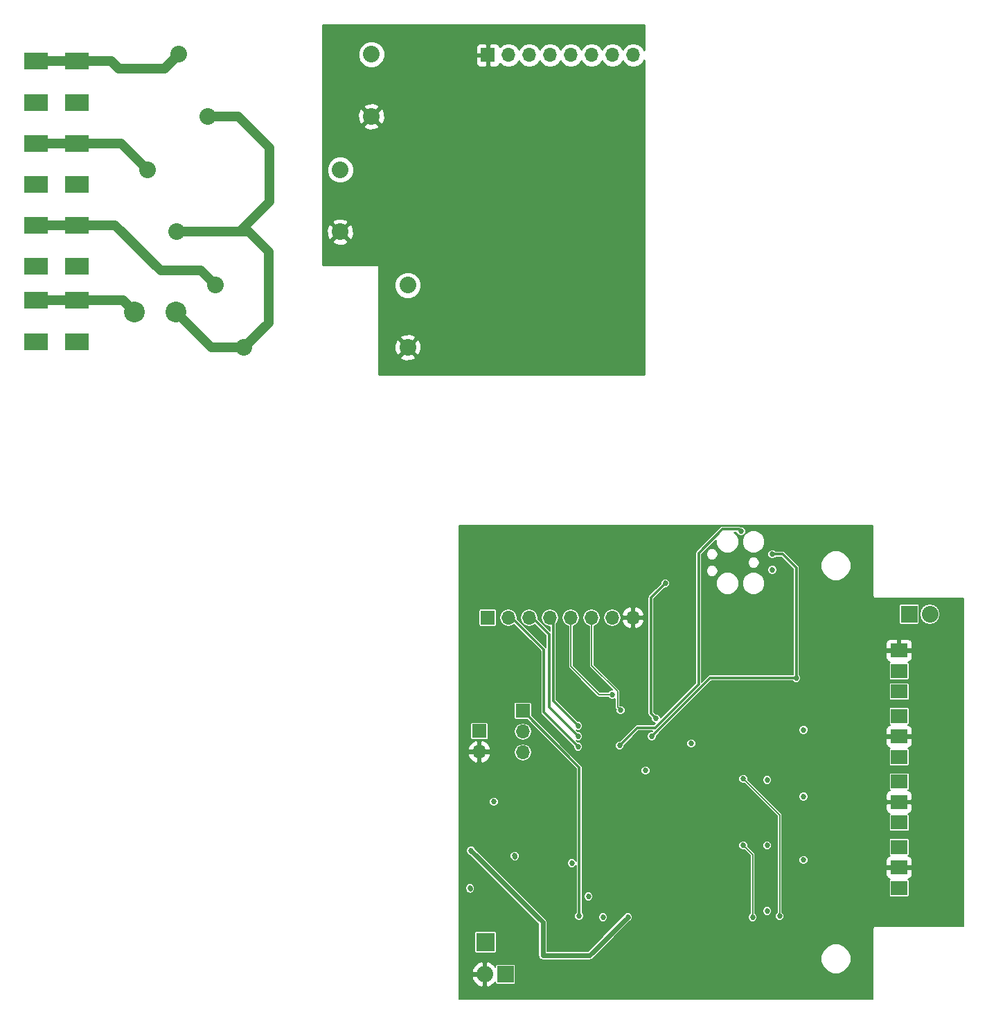
<source format=gbr>
G04 #@! TF.FileFunction,Copper,L4,Bot,Signal*
%FSLAX46Y46*%
G04 Gerber Fmt 4.6, Leading zero omitted, Abs format (unit mm)*
G04 Created by KiCad (PCBNEW 4.0.2-4+6225~38~ubuntu14.04.1-stable) date Thu 30 Mar 2017 04:29:04 PM CEST*
%MOMM*%
G01*
G04 APERTURE LIST*
%ADD10C,0.100000*%
%ADD11R,2.032000X2.032000*%
%ADD12O,2.032000X2.032000*%
%ADD13R,2.235200X2.235200*%
%ADD14R,2.000000X1.700000*%
%ADD15R,1.700000X1.700000*%
%ADD16O,1.700000X1.700000*%
%ADD17C,2.032000*%
%ADD18C,2.540000*%
%ADD19R,3.000000X2.000000*%
%ADD20C,0.685800*%
%ADD21C,0.152400*%
%ADD22C,1.219200*%
%ADD23C,0.304800*%
%ADD24C,0.609600*%
%ADD25C,0.254000*%
G04 APERTURE END LIST*
D10*
D11*
X98679000Y-175768000D03*
D12*
X96139000Y-175768000D03*
D11*
X148031200Y-131775200D03*
D12*
X150571200Y-131775200D03*
D13*
X96266000Y-171831000D03*
D14*
X146812000Y-141224000D03*
X146812000Y-138724000D03*
X146812000Y-136224000D03*
X146812000Y-144224000D03*
X146812000Y-146724000D03*
X146812000Y-149224000D03*
X146812000Y-152224000D03*
X146812000Y-154724000D03*
X146812000Y-157224000D03*
X146812000Y-160224000D03*
X146812000Y-162724000D03*
X146812000Y-165224000D03*
D15*
X96520000Y-132207000D03*
D16*
X99060000Y-132207000D03*
X101600000Y-132207000D03*
X104140000Y-132207000D03*
X106680000Y-132207000D03*
X109220000Y-132207000D03*
X111760000Y-132207000D03*
X114300000Y-132207000D03*
D15*
X96520000Y-63500000D03*
D16*
X99060000Y-63500000D03*
X101600000Y-63500000D03*
X104140000Y-63500000D03*
X106680000Y-63500000D03*
X109220000Y-63500000D03*
X111760000Y-63500000D03*
X114300000Y-63500000D03*
D17*
X86730000Y-91577000D03*
X86730000Y-99177000D03*
X66730000Y-99177000D03*
X63230000Y-91577000D03*
X78475000Y-77480000D03*
X78475000Y-85080000D03*
X58475000Y-85080000D03*
X54975000Y-77480000D03*
X82285000Y-63383000D03*
X82285000Y-70983000D03*
X62285000Y-70983000D03*
X58785000Y-63383000D03*
D18*
X53340000Y-94869000D03*
X58420000Y-94879160D03*
D19*
X41275000Y-93472000D03*
X41275000Y-98472000D03*
X46275000Y-98472000D03*
X46275000Y-93472000D03*
X41275000Y-64262000D03*
X41275000Y-69262000D03*
X41275000Y-74262000D03*
X41275000Y-79262000D03*
X41275000Y-84262000D03*
X41275000Y-89262000D03*
X46275000Y-89262000D03*
X46275000Y-84262000D03*
X46275000Y-79262000D03*
X46275000Y-74262000D03*
X46275000Y-69262000D03*
X46275000Y-64262000D03*
D15*
X95504000Y-146050000D03*
D16*
X95504000Y-148590000D03*
D15*
X100812600Y-143586200D03*
D16*
X100812600Y-146126200D03*
X100812600Y-148666200D03*
D20*
X123825000Y-127889000D03*
X128905000Y-168783000D03*
X127762000Y-160020000D03*
X132207000Y-168656000D03*
X127762000Y-151892000D03*
X107569000Y-145415000D03*
X107569000Y-146685000D03*
X107569000Y-147955000D03*
X108839000Y-166243000D03*
X106807000Y-162179000D03*
X135128000Y-154051000D03*
X135128000Y-145923000D03*
X110617000Y-168783000D03*
X135128000Y-161798000D03*
X94361000Y-165227000D03*
X99822000Y-161290000D03*
X118237000Y-128016000D03*
X117094000Y-144526000D03*
X111760000Y-141605000D03*
X112776000Y-143510000D03*
X107696000Y-168656000D03*
X97282000Y-154686000D03*
X113665000Y-168783000D03*
X94488000Y-160655000D03*
X112649000Y-147828000D03*
X127508000Y-121666000D03*
X131318000Y-124460000D03*
X116586000Y-146685000D03*
X134239000Y-139573000D03*
X131318000Y-126365000D03*
X130683000Y-160020000D03*
X130683000Y-152019000D03*
X130683000Y-168021000D03*
X115824000Y-150876000D03*
X121412000Y-147574000D03*
D21*
X128905000Y-168783000D02*
X128905000Y-164338000D01*
X128905000Y-161163000D02*
X127762000Y-160020000D01*
X128905000Y-164338000D02*
X128905000Y-161163000D01*
X132207000Y-168656000D02*
X132207000Y-162560000D01*
X132207000Y-156337000D02*
X127762000Y-151892000D01*
X132207000Y-162560000D02*
X132207000Y-156337000D01*
D22*
X46275000Y-93472000D02*
X51943000Y-93472000D01*
X51943000Y-93472000D02*
X53340000Y-94869000D01*
X41275000Y-93472000D02*
X46275000Y-93472000D01*
X46275000Y-64262000D02*
X46300400Y-64236600D01*
X46300400Y-64236600D02*
X50520600Y-64236600D01*
X57042400Y-65125600D02*
X58785000Y-63383000D01*
X51409600Y-65125600D02*
X57042400Y-65125600D01*
X50520600Y-64236600D02*
X51409600Y-65125600D01*
X41275000Y-64262000D02*
X46275000Y-64262000D01*
X46275000Y-74262000D02*
X51757000Y-74262000D01*
X51757000Y-74262000D02*
X54975000Y-77480000D01*
X41275000Y-74262000D02*
X46275000Y-74262000D01*
X46275000Y-84262000D02*
X50988000Y-84262000D01*
X61442000Y-89789000D02*
X63230000Y-91577000D01*
X56515000Y-89789000D02*
X61442000Y-89789000D01*
X50988000Y-84262000D02*
X56515000Y-89789000D01*
X41275000Y-84262000D02*
X46275000Y-84262000D01*
D23*
X104521000Y-142367000D02*
X107569000Y-145415000D01*
X104521000Y-141732000D02*
X104521000Y-142367000D01*
X104521000Y-132207000D02*
X104521000Y-141732000D01*
X101981000Y-132207000D02*
X104013000Y-134239000D01*
X104013000Y-134239000D02*
X104013000Y-143129000D01*
X104013000Y-143129000D02*
X107569000Y-146685000D01*
X107569000Y-147955000D02*
X103378000Y-143764000D01*
X103378000Y-136144000D02*
X99441000Y-132207000D01*
X103378000Y-143764000D02*
X103378000Y-136144000D01*
D24*
X94361000Y-165227000D02*
X94361000Y-165354000D01*
X99822000Y-161290000D02*
X99822000Y-161417000D01*
D23*
X116459000Y-130048000D02*
X116459000Y-129794000D01*
X116459000Y-129794000D02*
X118237000Y-128016000D01*
X117094000Y-144526000D02*
X116459000Y-143891000D01*
X116459000Y-143891000D02*
X116459000Y-133604000D01*
X116459000Y-133604000D02*
X116459000Y-130048000D01*
D22*
X58475000Y-85080000D02*
X66177000Y-85080000D01*
X66030000Y-70983000D02*
X62285000Y-70983000D01*
X69850000Y-74803000D02*
X66030000Y-70983000D01*
X69850000Y-81407000D02*
X69850000Y-74803000D01*
X66177000Y-85080000D02*
X69850000Y-81407000D01*
X66730000Y-99177000D02*
X69723000Y-96184000D01*
X67300000Y-85080000D02*
X58475000Y-85080000D01*
X69723000Y-87503000D02*
X67300000Y-85080000D01*
X69723000Y-96184000D02*
X69723000Y-87503000D01*
X58420000Y-94879160D02*
X62717840Y-99177000D01*
X62717840Y-99177000D02*
X66730000Y-99177000D01*
X62285000Y-70983000D02*
X62347000Y-70983000D01*
D21*
X111760000Y-141605000D02*
X110109000Y-141605000D01*
X110109000Y-141605000D02*
X106680000Y-138176000D01*
X106680000Y-138176000D02*
X106680000Y-132207000D01*
X112776000Y-143510000D02*
X112395000Y-143129000D01*
X112395000Y-143129000D02*
X112395000Y-141224000D01*
X112395000Y-141224000D02*
X109220000Y-138049000D01*
X109220000Y-138049000D02*
X109220000Y-132207000D01*
X150571200Y-131775200D02*
X150571200Y-132334000D01*
D23*
X100812600Y-143586200D02*
X107696000Y-150469600D01*
X107696000Y-150469600D02*
X107696000Y-168656000D01*
D24*
X103251000Y-173482000D02*
X108966000Y-173482000D01*
X108966000Y-173482000D02*
X113665000Y-168783000D01*
X94488000Y-160655000D02*
X103251000Y-169418000D01*
X103251000Y-169418000D02*
X103251000Y-173482000D01*
X94488000Y-160655000D02*
X94488000Y-160782000D01*
D23*
X114808000Y-145669000D02*
X112649000Y-147828000D01*
X116955418Y-145669000D02*
X114808000Y-145669000D01*
X122301000Y-140323418D02*
X116955418Y-145669000D01*
X122301000Y-124333000D02*
X122301000Y-140323418D01*
X125222000Y-121412000D02*
X122301000Y-124333000D01*
X127254000Y-121412000D02*
X125222000Y-121412000D01*
X127508000Y-121666000D02*
X127254000Y-121412000D01*
X131318000Y-124460000D02*
X132588000Y-124460000D01*
X134239000Y-126111000D02*
X134239000Y-139573000D01*
X132588000Y-124460000D02*
X134239000Y-126111000D01*
X116586000Y-146685000D02*
X123698000Y-139573000D01*
X123698000Y-139573000D02*
X134239000Y-139573000D01*
D25*
G36*
X115622000Y-62827850D02*
X115350054Y-62420853D01*
X114868285Y-62098946D01*
X114300000Y-61985907D01*
X113731715Y-62098946D01*
X113249946Y-62420853D01*
X113030000Y-62750026D01*
X112810054Y-62420853D01*
X112328285Y-62098946D01*
X111760000Y-61985907D01*
X111191715Y-62098946D01*
X110709946Y-62420853D01*
X110490000Y-62750026D01*
X110270054Y-62420853D01*
X109788285Y-62098946D01*
X109220000Y-61985907D01*
X108651715Y-62098946D01*
X108169946Y-62420853D01*
X107950000Y-62750026D01*
X107730054Y-62420853D01*
X107248285Y-62098946D01*
X106680000Y-61985907D01*
X106111715Y-62098946D01*
X105629946Y-62420853D01*
X105410000Y-62750026D01*
X105190054Y-62420853D01*
X104708285Y-62098946D01*
X104140000Y-61985907D01*
X103571715Y-62098946D01*
X103089946Y-62420853D01*
X102870000Y-62750026D01*
X102650054Y-62420853D01*
X102168285Y-62098946D01*
X101600000Y-61985907D01*
X101031715Y-62098946D01*
X100549946Y-62420853D01*
X100330000Y-62750026D01*
X100110054Y-62420853D01*
X99628285Y-62098946D01*
X99060000Y-61985907D01*
X98491715Y-62098946D01*
X98009946Y-62420853D01*
X97980597Y-62464777D01*
X97908327Y-62290302D01*
X97729699Y-62111673D01*
X97496310Y-62015000D01*
X96805750Y-62015000D01*
X96647000Y-62173750D01*
X96647000Y-63373000D01*
X96667000Y-63373000D01*
X96667000Y-63627000D01*
X96647000Y-63627000D01*
X96647000Y-64826250D01*
X96805750Y-64985000D01*
X97496310Y-64985000D01*
X97729699Y-64888327D01*
X97908327Y-64709698D01*
X97980597Y-64535223D01*
X98009946Y-64579147D01*
X98491715Y-64901054D01*
X99060000Y-65014093D01*
X99628285Y-64901054D01*
X100110054Y-64579147D01*
X100330000Y-64249974D01*
X100549946Y-64579147D01*
X101031715Y-64901054D01*
X101600000Y-65014093D01*
X102168285Y-64901054D01*
X102650054Y-64579147D01*
X102870000Y-64249974D01*
X103089946Y-64579147D01*
X103571715Y-64901054D01*
X104140000Y-65014093D01*
X104708285Y-64901054D01*
X105190054Y-64579147D01*
X105410000Y-64249974D01*
X105629946Y-64579147D01*
X106111715Y-64901054D01*
X106680000Y-65014093D01*
X107248285Y-64901054D01*
X107730054Y-64579147D01*
X107950000Y-64249974D01*
X108169946Y-64579147D01*
X108651715Y-64901054D01*
X109220000Y-65014093D01*
X109788285Y-64901054D01*
X110270054Y-64579147D01*
X110490000Y-64249974D01*
X110709946Y-64579147D01*
X111191715Y-64901054D01*
X111760000Y-65014093D01*
X112328285Y-64901054D01*
X112810054Y-64579147D01*
X113030000Y-64249974D01*
X113249946Y-64579147D01*
X113731715Y-64901054D01*
X114300000Y-65014093D01*
X114868285Y-64901054D01*
X115350054Y-64579147D01*
X115622000Y-64172150D01*
X115622000Y-102489000D01*
X83235800Y-102489000D01*
X83235800Y-100341107D01*
X85745498Y-100341107D01*
X85846120Y-100609622D01*
X86461642Y-100838816D01*
X87118019Y-100815014D01*
X87613880Y-100609622D01*
X87714502Y-100341107D01*
X86730000Y-99356605D01*
X85745498Y-100341107D01*
X83235800Y-100341107D01*
X83235800Y-98908642D01*
X85068184Y-98908642D01*
X85091986Y-99565019D01*
X85297378Y-100060880D01*
X85565893Y-100161502D01*
X86550395Y-99177000D01*
X86909605Y-99177000D01*
X87894107Y-100161502D01*
X88162622Y-100060880D01*
X88391816Y-99445358D01*
X88368014Y-98788981D01*
X88162622Y-98293120D01*
X87894107Y-98192498D01*
X86909605Y-99177000D01*
X86550395Y-99177000D01*
X85565893Y-98192498D01*
X85297378Y-98293120D01*
X85068184Y-98908642D01*
X83235800Y-98908642D01*
X83235800Y-98012893D01*
X85745498Y-98012893D01*
X86730000Y-98997395D01*
X87714502Y-98012893D01*
X87613880Y-97744378D01*
X86998358Y-97515184D01*
X86341981Y-97538986D01*
X85846120Y-97744378D01*
X85745498Y-98012893D01*
X83235800Y-98012893D01*
X83235800Y-91903963D01*
X85078714Y-91903963D01*
X85329534Y-92510995D01*
X85793563Y-92975834D01*
X86400155Y-93227713D01*
X87056963Y-93228286D01*
X87663995Y-92977466D01*
X88128834Y-92513437D01*
X88380713Y-91906845D01*
X88381286Y-91250037D01*
X88130466Y-90643005D01*
X87666437Y-90178166D01*
X87059845Y-89926287D01*
X86403037Y-89925714D01*
X85796005Y-90176534D01*
X85331166Y-90640563D01*
X85079287Y-91247155D01*
X85078714Y-91903963D01*
X83235800Y-91903963D01*
X83235800Y-89204800D01*
X83225794Y-89155390D01*
X83197353Y-89113765D01*
X83154959Y-89086485D01*
X83108800Y-89077800D01*
X76327000Y-89077800D01*
X76327000Y-86244107D01*
X77490498Y-86244107D01*
X77591120Y-86512622D01*
X78206642Y-86741816D01*
X78863019Y-86718014D01*
X79358880Y-86512622D01*
X79459502Y-86244107D01*
X78475000Y-85259605D01*
X77490498Y-86244107D01*
X76327000Y-86244107D01*
X76327000Y-84811642D01*
X76813184Y-84811642D01*
X76836986Y-85468019D01*
X77042378Y-85963880D01*
X77310893Y-86064502D01*
X78295395Y-85080000D01*
X78654605Y-85080000D01*
X79639107Y-86064502D01*
X79907622Y-85963880D01*
X80136816Y-85348358D01*
X80113014Y-84691981D01*
X79907622Y-84196120D01*
X79639107Y-84095498D01*
X78654605Y-85080000D01*
X78295395Y-85080000D01*
X77310893Y-84095498D01*
X77042378Y-84196120D01*
X76813184Y-84811642D01*
X76327000Y-84811642D01*
X76327000Y-83915893D01*
X77490498Y-83915893D01*
X78475000Y-84900395D01*
X79459502Y-83915893D01*
X79358880Y-83647378D01*
X78743358Y-83418184D01*
X78086981Y-83441986D01*
X77591120Y-83647378D01*
X77490498Y-83915893D01*
X76327000Y-83915893D01*
X76327000Y-77806963D01*
X76823714Y-77806963D01*
X77074534Y-78413995D01*
X77538563Y-78878834D01*
X78145155Y-79130713D01*
X78801963Y-79131286D01*
X79408995Y-78880466D01*
X79873834Y-78416437D01*
X80125713Y-77809845D01*
X80126286Y-77153037D01*
X79875466Y-76546005D01*
X79411437Y-76081166D01*
X78804845Y-75829287D01*
X78148037Y-75828714D01*
X77541005Y-76079534D01*
X77076166Y-76543563D01*
X76824287Y-77150155D01*
X76823714Y-77806963D01*
X76327000Y-77806963D01*
X76327000Y-72147107D01*
X81300498Y-72147107D01*
X81401120Y-72415622D01*
X82016642Y-72644816D01*
X82673019Y-72621014D01*
X83168880Y-72415622D01*
X83269502Y-72147107D01*
X82285000Y-71162605D01*
X81300498Y-72147107D01*
X76327000Y-72147107D01*
X76327000Y-70714642D01*
X80623184Y-70714642D01*
X80646986Y-71371019D01*
X80852378Y-71866880D01*
X81120893Y-71967502D01*
X82105395Y-70983000D01*
X82464605Y-70983000D01*
X83449107Y-71967502D01*
X83717622Y-71866880D01*
X83946816Y-71251358D01*
X83923014Y-70594981D01*
X83717622Y-70099120D01*
X83449107Y-69998498D01*
X82464605Y-70983000D01*
X82105395Y-70983000D01*
X81120893Y-69998498D01*
X80852378Y-70099120D01*
X80623184Y-70714642D01*
X76327000Y-70714642D01*
X76327000Y-69818893D01*
X81300498Y-69818893D01*
X82285000Y-70803395D01*
X83269502Y-69818893D01*
X83168880Y-69550378D01*
X82553358Y-69321184D01*
X81896981Y-69344986D01*
X81401120Y-69550378D01*
X81300498Y-69818893D01*
X76327000Y-69818893D01*
X76327000Y-63709963D01*
X80633714Y-63709963D01*
X80884534Y-64316995D01*
X81348563Y-64781834D01*
X81955155Y-65033713D01*
X82611963Y-65034286D01*
X83218995Y-64783466D01*
X83683834Y-64319437D01*
X83905440Y-63785750D01*
X95035000Y-63785750D01*
X95035000Y-64476309D01*
X95131673Y-64709698D01*
X95310301Y-64888327D01*
X95543690Y-64985000D01*
X96234250Y-64985000D01*
X96393000Y-64826250D01*
X96393000Y-63627000D01*
X95193750Y-63627000D01*
X95035000Y-63785750D01*
X83905440Y-63785750D01*
X83935713Y-63712845D01*
X83936286Y-63056037D01*
X83716326Y-62523691D01*
X95035000Y-62523691D01*
X95035000Y-63214250D01*
X95193750Y-63373000D01*
X96393000Y-63373000D01*
X96393000Y-62173750D01*
X96234250Y-62015000D01*
X95543690Y-62015000D01*
X95310301Y-62111673D01*
X95131673Y-62290302D01*
X95035000Y-62523691D01*
X83716326Y-62523691D01*
X83685466Y-62449005D01*
X83221437Y-61984166D01*
X82614845Y-61732287D01*
X81958037Y-61731714D01*
X81351005Y-61982534D01*
X80886166Y-62446563D01*
X80634287Y-63053155D01*
X80633714Y-63709963D01*
X76327000Y-63709963D01*
X76327000Y-59817000D01*
X115622000Y-59817000D01*
X115622000Y-62827850D01*
X115622000Y-62827850D01*
G37*
X115622000Y-62827850D02*
X115350054Y-62420853D01*
X114868285Y-62098946D01*
X114300000Y-61985907D01*
X113731715Y-62098946D01*
X113249946Y-62420853D01*
X113030000Y-62750026D01*
X112810054Y-62420853D01*
X112328285Y-62098946D01*
X111760000Y-61985907D01*
X111191715Y-62098946D01*
X110709946Y-62420853D01*
X110490000Y-62750026D01*
X110270054Y-62420853D01*
X109788285Y-62098946D01*
X109220000Y-61985907D01*
X108651715Y-62098946D01*
X108169946Y-62420853D01*
X107950000Y-62750026D01*
X107730054Y-62420853D01*
X107248285Y-62098946D01*
X106680000Y-61985907D01*
X106111715Y-62098946D01*
X105629946Y-62420853D01*
X105410000Y-62750026D01*
X105190054Y-62420853D01*
X104708285Y-62098946D01*
X104140000Y-61985907D01*
X103571715Y-62098946D01*
X103089946Y-62420853D01*
X102870000Y-62750026D01*
X102650054Y-62420853D01*
X102168285Y-62098946D01*
X101600000Y-61985907D01*
X101031715Y-62098946D01*
X100549946Y-62420853D01*
X100330000Y-62750026D01*
X100110054Y-62420853D01*
X99628285Y-62098946D01*
X99060000Y-61985907D01*
X98491715Y-62098946D01*
X98009946Y-62420853D01*
X97980597Y-62464777D01*
X97908327Y-62290302D01*
X97729699Y-62111673D01*
X97496310Y-62015000D01*
X96805750Y-62015000D01*
X96647000Y-62173750D01*
X96647000Y-63373000D01*
X96667000Y-63373000D01*
X96667000Y-63627000D01*
X96647000Y-63627000D01*
X96647000Y-64826250D01*
X96805750Y-64985000D01*
X97496310Y-64985000D01*
X97729699Y-64888327D01*
X97908327Y-64709698D01*
X97980597Y-64535223D01*
X98009946Y-64579147D01*
X98491715Y-64901054D01*
X99060000Y-65014093D01*
X99628285Y-64901054D01*
X100110054Y-64579147D01*
X100330000Y-64249974D01*
X100549946Y-64579147D01*
X101031715Y-64901054D01*
X101600000Y-65014093D01*
X102168285Y-64901054D01*
X102650054Y-64579147D01*
X102870000Y-64249974D01*
X103089946Y-64579147D01*
X103571715Y-64901054D01*
X104140000Y-65014093D01*
X104708285Y-64901054D01*
X105190054Y-64579147D01*
X105410000Y-64249974D01*
X105629946Y-64579147D01*
X106111715Y-64901054D01*
X106680000Y-65014093D01*
X107248285Y-64901054D01*
X107730054Y-64579147D01*
X107950000Y-64249974D01*
X108169946Y-64579147D01*
X108651715Y-64901054D01*
X109220000Y-65014093D01*
X109788285Y-64901054D01*
X110270054Y-64579147D01*
X110490000Y-64249974D01*
X110709946Y-64579147D01*
X111191715Y-64901054D01*
X111760000Y-65014093D01*
X112328285Y-64901054D01*
X112810054Y-64579147D01*
X113030000Y-64249974D01*
X113249946Y-64579147D01*
X113731715Y-64901054D01*
X114300000Y-65014093D01*
X114868285Y-64901054D01*
X115350054Y-64579147D01*
X115622000Y-64172150D01*
X115622000Y-102489000D01*
X83235800Y-102489000D01*
X83235800Y-100341107D01*
X85745498Y-100341107D01*
X85846120Y-100609622D01*
X86461642Y-100838816D01*
X87118019Y-100815014D01*
X87613880Y-100609622D01*
X87714502Y-100341107D01*
X86730000Y-99356605D01*
X85745498Y-100341107D01*
X83235800Y-100341107D01*
X83235800Y-98908642D01*
X85068184Y-98908642D01*
X85091986Y-99565019D01*
X85297378Y-100060880D01*
X85565893Y-100161502D01*
X86550395Y-99177000D01*
X86909605Y-99177000D01*
X87894107Y-100161502D01*
X88162622Y-100060880D01*
X88391816Y-99445358D01*
X88368014Y-98788981D01*
X88162622Y-98293120D01*
X87894107Y-98192498D01*
X86909605Y-99177000D01*
X86550395Y-99177000D01*
X85565893Y-98192498D01*
X85297378Y-98293120D01*
X85068184Y-98908642D01*
X83235800Y-98908642D01*
X83235800Y-98012893D01*
X85745498Y-98012893D01*
X86730000Y-98997395D01*
X87714502Y-98012893D01*
X87613880Y-97744378D01*
X86998358Y-97515184D01*
X86341981Y-97538986D01*
X85846120Y-97744378D01*
X85745498Y-98012893D01*
X83235800Y-98012893D01*
X83235800Y-91903963D01*
X85078714Y-91903963D01*
X85329534Y-92510995D01*
X85793563Y-92975834D01*
X86400155Y-93227713D01*
X87056963Y-93228286D01*
X87663995Y-92977466D01*
X88128834Y-92513437D01*
X88380713Y-91906845D01*
X88381286Y-91250037D01*
X88130466Y-90643005D01*
X87666437Y-90178166D01*
X87059845Y-89926287D01*
X86403037Y-89925714D01*
X85796005Y-90176534D01*
X85331166Y-90640563D01*
X85079287Y-91247155D01*
X85078714Y-91903963D01*
X83235800Y-91903963D01*
X83235800Y-89204800D01*
X83225794Y-89155390D01*
X83197353Y-89113765D01*
X83154959Y-89086485D01*
X83108800Y-89077800D01*
X76327000Y-89077800D01*
X76327000Y-86244107D01*
X77490498Y-86244107D01*
X77591120Y-86512622D01*
X78206642Y-86741816D01*
X78863019Y-86718014D01*
X79358880Y-86512622D01*
X79459502Y-86244107D01*
X78475000Y-85259605D01*
X77490498Y-86244107D01*
X76327000Y-86244107D01*
X76327000Y-84811642D01*
X76813184Y-84811642D01*
X76836986Y-85468019D01*
X77042378Y-85963880D01*
X77310893Y-86064502D01*
X78295395Y-85080000D01*
X78654605Y-85080000D01*
X79639107Y-86064502D01*
X79907622Y-85963880D01*
X80136816Y-85348358D01*
X80113014Y-84691981D01*
X79907622Y-84196120D01*
X79639107Y-84095498D01*
X78654605Y-85080000D01*
X78295395Y-85080000D01*
X77310893Y-84095498D01*
X77042378Y-84196120D01*
X76813184Y-84811642D01*
X76327000Y-84811642D01*
X76327000Y-83915893D01*
X77490498Y-83915893D01*
X78475000Y-84900395D01*
X79459502Y-83915893D01*
X79358880Y-83647378D01*
X78743358Y-83418184D01*
X78086981Y-83441986D01*
X77591120Y-83647378D01*
X77490498Y-83915893D01*
X76327000Y-83915893D01*
X76327000Y-77806963D01*
X76823714Y-77806963D01*
X77074534Y-78413995D01*
X77538563Y-78878834D01*
X78145155Y-79130713D01*
X78801963Y-79131286D01*
X79408995Y-78880466D01*
X79873834Y-78416437D01*
X80125713Y-77809845D01*
X80126286Y-77153037D01*
X79875466Y-76546005D01*
X79411437Y-76081166D01*
X78804845Y-75829287D01*
X78148037Y-75828714D01*
X77541005Y-76079534D01*
X77076166Y-76543563D01*
X76824287Y-77150155D01*
X76823714Y-77806963D01*
X76327000Y-77806963D01*
X76327000Y-72147107D01*
X81300498Y-72147107D01*
X81401120Y-72415622D01*
X82016642Y-72644816D01*
X82673019Y-72621014D01*
X83168880Y-72415622D01*
X83269502Y-72147107D01*
X82285000Y-71162605D01*
X81300498Y-72147107D01*
X76327000Y-72147107D01*
X76327000Y-70714642D01*
X80623184Y-70714642D01*
X80646986Y-71371019D01*
X80852378Y-71866880D01*
X81120893Y-71967502D01*
X82105395Y-70983000D01*
X82464605Y-70983000D01*
X83449107Y-71967502D01*
X83717622Y-71866880D01*
X83946816Y-71251358D01*
X83923014Y-70594981D01*
X83717622Y-70099120D01*
X83449107Y-69998498D01*
X82464605Y-70983000D01*
X82105395Y-70983000D01*
X81120893Y-69998498D01*
X80852378Y-70099120D01*
X80623184Y-70714642D01*
X76327000Y-70714642D01*
X76327000Y-69818893D01*
X81300498Y-69818893D01*
X82285000Y-70803395D01*
X83269502Y-69818893D01*
X83168880Y-69550378D01*
X82553358Y-69321184D01*
X81896981Y-69344986D01*
X81401120Y-69550378D01*
X81300498Y-69818893D01*
X76327000Y-69818893D01*
X76327000Y-63709963D01*
X80633714Y-63709963D01*
X80884534Y-64316995D01*
X81348563Y-64781834D01*
X81955155Y-65033713D01*
X82611963Y-65034286D01*
X83218995Y-64783466D01*
X83683834Y-64319437D01*
X83905440Y-63785750D01*
X95035000Y-63785750D01*
X95035000Y-64476309D01*
X95131673Y-64709698D01*
X95310301Y-64888327D01*
X95543690Y-64985000D01*
X96234250Y-64985000D01*
X96393000Y-64826250D01*
X96393000Y-63627000D01*
X95193750Y-63627000D01*
X95035000Y-63785750D01*
X83905440Y-63785750D01*
X83935713Y-63712845D01*
X83936286Y-63056037D01*
X83716326Y-62523691D01*
X95035000Y-62523691D01*
X95035000Y-63214250D01*
X95193750Y-63373000D01*
X96393000Y-63373000D01*
X96393000Y-62173750D01*
X96234250Y-62015000D01*
X95543690Y-62015000D01*
X95310301Y-62111673D01*
X95131673Y-62290302D01*
X95035000Y-62523691D01*
X83716326Y-62523691D01*
X83685466Y-62449005D01*
X83221437Y-61984166D01*
X82614845Y-61732287D01*
X81958037Y-61731714D01*
X81351005Y-61982534D01*
X80886166Y-62446563D01*
X80634287Y-63053155D01*
X80633714Y-63709963D01*
X76327000Y-63709963D01*
X76327000Y-59817000D01*
X115622000Y-59817000D01*
X115622000Y-62827850D01*
D21*
G36*
X143608400Y-129540000D02*
X143631510Y-129656183D01*
X143697322Y-129754678D01*
X143795817Y-129820490D01*
X143912000Y-129843600D01*
X154636400Y-129843600D01*
X154636400Y-169876400D01*
X143912000Y-169876400D01*
X143795817Y-169899510D01*
X143697322Y-169965322D01*
X143631510Y-170063817D01*
X143608400Y-170180000D01*
X143608400Y-178766400D01*
X93013600Y-178766400D01*
X93013600Y-176192389D01*
X94596089Y-176192389D01*
X94875943Y-176750531D01*
X95348086Y-177159091D01*
X95714613Y-177310899D01*
X95961200Y-177211239D01*
X95961200Y-175945800D01*
X94694746Y-175945800D01*
X94596089Y-176192389D01*
X93013600Y-176192389D01*
X93013600Y-175343611D01*
X94596089Y-175343611D01*
X94694746Y-175590200D01*
X95961200Y-175590200D01*
X95961200Y-174324761D01*
X96316800Y-174324761D01*
X96316800Y-175590200D01*
X96336800Y-175590200D01*
X96336800Y-175945800D01*
X96316800Y-175945800D01*
X96316800Y-177211239D01*
X96563387Y-177310899D01*
X96929914Y-177159091D01*
X97402057Y-176750531D01*
X97429922Y-176694957D01*
X97429922Y-176784000D01*
X97445862Y-176868714D01*
X97495928Y-176946518D01*
X97572320Y-176998715D01*
X97663000Y-177017078D01*
X99695000Y-177017078D01*
X99779714Y-177001138D01*
X99857518Y-176951072D01*
X99909715Y-176874680D01*
X99928078Y-176784000D01*
X99928078Y-174752000D01*
X99912138Y-174667286D01*
X99862072Y-174589482D01*
X99785680Y-174537285D01*
X99695000Y-174518922D01*
X97663000Y-174518922D01*
X97578286Y-174534862D01*
X97500482Y-174584928D01*
X97448285Y-174661320D01*
X97429922Y-174752000D01*
X97429922Y-174841043D01*
X97402057Y-174785469D01*
X96929914Y-174376909D01*
X96563387Y-174225101D01*
X96316800Y-174324761D01*
X95961200Y-174324761D01*
X95714613Y-174225101D01*
X95348086Y-174376909D01*
X94875943Y-174785469D01*
X94596089Y-175343611D01*
X93013600Y-175343611D01*
X93013600Y-174222135D01*
X137257084Y-174222135D01*
X137534885Y-174894465D01*
X138048829Y-175409307D01*
X138720673Y-175688282D01*
X139448135Y-175688916D01*
X140120465Y-175411115D01*
X140635307Y-174897171D01*
X140914282Y-174225327D01*
X140914916Y-173497865D01*
X140637115Y-172825535D01*
X140123171Y-172310693D01*
X139451327Y-172031718D01*
X138723865Y-172031084D01*
X138051535Y-172308885D01*
X137536693Y-172822829D01*
X137257718Y-173494673D01*
X137257084Y-174222135D01*
X93013600Y-174222135D01*
X93013600Y-170713400D01*
X94915322Y-170713400D01*
X94915322Y-172948600D01*
X94931262Y-173033314D01*
X94981328Y-173111118D01*
X95057720Y-173163315D01*
X95148400Y-173181678D01*
X97383600Y-173181678D01*
X97468314Y-173165738D01*
X97546118Y-173115672D01*
X97598315Y-173039280D01*
X97616678Y-172948600D01*
X97616678Y-170713400D01*
X97600738Y-170628686D01*
X97550672Y-170550882D01*
X97474280Y-170498685D01*
X97383600Y-170480322D01*
X95148400Y-170480322D01*
X95063686Y-170496262D01*
X94985882Y-170546328D01*
X94933685Y-170622720D01*
X94915322Y-170713400D01*
X93013600Y-170713400D01*
X93013600Y-165340180D01*
X93789401Y-165340180D01*
X93857759Y-165505617D01*
X93868203Y-165558123D01*
X93983829Y-165731171D01*
X94156877Y-165846797D01*
X94361000Y-165887400D01*
X94565123Y-165846797D01*
X94738171Y-165731171D01*
X94853797Y-165558123D01*
X94864354Y-165505049D01*
X94932400Y-165341177D01*
X94932599Y-165113820D01*
X94845776Y-164903694D01*
X94685151Y-164742789D01*
X94475177Y-164655600D01*
X94247820Y-164655401D01*
X94037694Y-164742224D01*
X93876789Y-164902849D01*
X93789600Y-165112823D01*
X93789401Y-165340180D01*
X93013600Y-165340180D01*
X93013600Y-160768180D01*
X93916401Y-160768180D01*
X93984759Y-160933617D01*
X93995203Y-160986123D01*
X94110829Y-161159171D01*
X94283877Y-161274797D01*
X94370732Y-161292074D01*
X102717600Y-169638941D01*
X102717600Y-173482000D01*
X102758203Y-173686123D01*
X102873829Y-173859171D01*
X103046877Y-173974797D01*
X103251000Y-174015400D01*
X108966000Y-174015400D01*
X109170123Y-173974797D01*
X109343171Y-173859171D01*
X113896724Y-169305617D01*
X113988306Y-169267776D01*
X114149211Y-169107151D01*
X114236400Y-168897177D01*
X114236599Y-168669820D01*
X114149776Y-168459694D01*
X113989151Y-168298789D01*
X113779177Y-168211600D01*
X113551820Y-168211401D01*
X113341694Y-168298224D01*
X113180789Y-168458849D01*
X113142429Y-168551230D01*
X108745058Y-172948600D01*
X103784400Y-172948600D01*
X103784400Y-169418000D01*
X103743797Y-169213877D01*
X103743797Y-169213876D01*
X103694575Y-169140211D01*
X103628171Y-169040829D01*
X103628168Y-169040827D01*
X95990522Y-161403180D01*
X99250401Y-161403180D01*
X99318759Y-161568617D01*
X99329203Y-161621123D01*
X99444829Y-161794171D01*
X99617877Y-161909797D01*
X99822000Y-161950400D01*
X100026123Y-161909797D01*
X100199171Y-161794171D01*
X100314797Y-161621123D01*
X100325354Y-161568049D01*
X100393400Y-161404177D01*
X100393599Y-161176820D01*
X100306776Y-160966694D01*
X100146151Y-160805789D01*
X99936177Y-160718600D01*
X99708820Y-160718401D01*
X99498694Y-160805224D01*
X99337789Y-160965849D01*
X99250600Y-161175823D01*
X99250401Y-161403180D01*
X95990522Y-161403180D01*
X95010617Y-160423275D01*
X94972776Y-160331694D01*
X94812151Y-160170789D01*
X94602177Y-160083600D01*
X94374820Y-160083401D01*
X94164694Y-160170224D01*
X94003789Y-160330849D01*
X93916600Y-160540823D01*
X93916401Y-160768180D01*
X93013600Y-160768180D01*
X93013600Y-154799180D01*
X96710401Y-154799180D01*
X96797224Y-155009306D01*
X96957849Y-155170211D01*
X97167823Y-155257400D01*
X97395180Y-155257599D01*
X97605306Y-155170776D01*
X97766211Y-155010151D01*
X97853400Y-154800177D01*
X97853599Y-154572820D01*
X97766776Y-154362694D01*
X97606151Y-154201789D01*
X97396177Y-154114600D01*
X97168820Y-154114401D01*
X96958694Y-154201224D01*
X96797789Y-154361849D01*
X96710600Y-154571823D01*
X96710401Y-154799180D01*
X93013600Y-154799180D01*
X93013600Y-148988239D01*
X94126199Y-148988239D01*
X94248138Y-149282663D01*
X94608806Y-149710535D01*
X95105759Y-149967815D01*
X95326200Y-149867100D01*
X95326200Y-148767800D01*
X95681800Y-148767800D01*
X95681800Y-149867100D01*
X95902241Y-149967815D01*
X96399194Y-149710535D01*
X96759862Y-149282663D01*
X96881801Y-148988239D01*
X96779820Y-148767800D01*
X95681800Y-148767800D01*
X95326200Y-148767800D01*
X94228180Y-148767800D01*
X94126199Y-148988239D01*
X93013600Y-148988239D01*
X93013600Y-148666200D01*
X99712869Y-148666200D01*
X99794973Y-149078962D01*
X100028784Y-149428885D01*
X100378707Y-149662696D01*
X100791469Y-149744800D01*
X100833731Y-149744800D01*
X101246493Y-149662696D01*
X101596416Y-149428885D01*
X101830227Y-149078962D01*
X101912331Y-148666200D01*
X101830227Y-148253438D01*
X101596416Y-147903515D01*
X101246493Y-147669704D01*
X100833731Y-147587600D01*
X100791469Y-147587600D01*
X100378707Y-147669704D01*
X100028784Y-147903515D01*
X99794973Y-148253438D01*
X99712869Y-148666200D01*
X93013600Y-148666200D01*
X93013600Y-148191761D01*
X94126199Y-148191761D01*
X94228180Y-148412200D01*
X95326200Y-148412200D01*
X95326200Y-147312900D01*
X95681800Y-147312900D01*
X95681800Y-148412200D01*
X96779820Y-148412200D01*
X96881801Y-148191761D01*
X96759862Y-147897337D01*
X96399194Y-147469465D01*
X95902241Y-147212185D01*
X95681800Y-147312900D01*
X95326200Y-147312900D01*
X95105759Y-147212185D01*
X94608806Y-147469465D01*
X94248138Y-147897337D01*
X94126199Y-148191761D01*
X93013600Y-148191761D01*
X93013600Y-145200000D01*
X94420922Y-145200000D01*
X94420922Y-146900000D01*
X94436862Y-146984714D01*
X94486928Y-147062518D01*
X94563320Y-147114715D01*
X94654000Y-147133078D01*
X96354000Y-147133078D01*
X96438714Y-147117138D01*
X96516518Y-147067072D01*
X96568715Y-146990680D01*
X96587078Y-146900000D01*
X96587078Y-146126200D01*
X99712869Y-146126200D01*
X99794973Y-146538962D01*
X100028784Y-146888885D01*
X100378707Y-147122696D01*
X100791469Y-147204800D01*
X100833731Y-147204800D01*
X101246493Y-147122696D01*
X101596416Y-146888885D01*
X101830227Y-146538962D01*
X101912331Y-146126200D01*
X101830227Y-145713438D01*
X101596416Y-145363515D01*
X101246493Y-145129704D01*
X100833731Y-145047600D01*
X100791469Y-145047600D01*
X100378707Y-145129704D01*
X100028784Y-145363515D01*
X99794973Y-145713438D01*
X99712869Y-146126200D01*
X96587078Y-146126200D01*
X96587078Y-145200000D01*
X96571138Y-145115286D01*
X96521072Y-145037482D01*
X96444680Y-144985285D01*
X96354000Y-144966922D01*
X94654000Y-144966922D01*
X94569286Y-144982862D01*
X94491482Y-145032928D01*
X94439285Y-145109320D01*
X94420922Y-145200000D01*
X93013600Y-145200000D01*
X93013600Y-142736200D01*
X99729522Y-142736200D01*
X99729522Y-144436200D01*
X99745462Y-144520914D01*
X99795528Y-144598718D01*
X99871920Y-144650915D01*
X99962600Y-144669278D01*
X101356862Y-144669278D01*
X107315000Y-150627415D01*
X107315000Y-161911900D01*
X107291776Y-161855694D01*
X107131151Y-161694789D01*
X106921177Y-161607600D01*
X106693820Y-161607401D01*
X106483694Y-161694224D01*
X106322789Y-161854849D01*
X106235600Y-162064823D01*
X106235401Y-162292180D01*
X106322224Y-162502306D01*
X106482849Y-162663211D01*
X106692823Y-162750400D01*
X106920180Y-162750599D01*
X107130306Y-162663776D01*
X107291211Y-162503151D01*
X107315000Y-162445861D01*
X107315000Y-168228818D01*
X107211789Y-168331849D01*
X107124600Y-168541823D01*
X107124401Y-168769180D01*
X107211224Y-168979306D01*
X107371849Y-169140211D01*
X107581823Y-169227400D01*
X107809180Y-169227599D01*
X108019306Y-169140776D01*
X108180211Y-168980151D01*
X108215078Y-168896180D01*
X110045401Y-168896180D01*
X110132224Y-169106306D01*
X110292849Y-169267211D01*
X110502823Y-169354400D01*
X110730180Y-169354599D01*
X110940306Y-169267776D01*
X111101211Y-169107151D01*
X111188400Y-168897177D01*
X111188599Y-168669820D01*
X111101776Y-168459694D01*
X110941151Y-168298789D01*
X110731177Y-168211600D01*
X110503820Y-168211401D01*
X110293694Y-168298224D01*
X110132789Y-168458849D01*
X110045600Y-168668823D01*
X110045401Y-168896180D01*
X108215078Y-168896180D01*
X108267400Y-168770177D01*
X108267599Y-168542820D01*
X108180776Y-168332694D01*
X108077000Y-168228737D01*
X108077000Y-166356180D01*
X108267401Y-166356180D01*
X108354224Y-166566306D01*
X108514849Y-166727211D01*
X108724823Y-166814400D01*
X108952180Y-166814599D01*
X109162306Y-166727776D01*
X109323211Y-166567151D01*
X109410400Y-166357177D01*
X109410599Y-166129820D01*
X109323776Y-165919694D01*
X109163151Y-165758789D01*
X108953177Y-165671600D01*
X108725820Y-165671401D01*
X108515694Y-165758224D01*
X108354789Y-165918849D01*
X108267600Y-166128823D01*
X108267401Y-166356180D01*
X108077000Y-166356180D01*
X108077000Y-160133180D01*
X127190401Y-160133180D01*
X127277224Y-160343306D01*
X127437849Y-160504211D01*
X127647823Y-160591400D01*
X127875180Y-160591599D01*
X127894545Y-160583597D01*
X128600200Y-161289252D01*
X128600200Y-168290577D01*
X128581694Y-168298224D01*
X128420789Y-168458849D01*
X128333600Y-168668823D01*
X128333401Y-168896180D01*
X128420224Y-169106306D01*
X128580849Y-169267211D01*
X128790823Y-169354400D01*
X129018180Y-169354599D01*
X129228306Y-169267776D01*
X129389211Y-169107151D01*
X129476400Y-168897177D01*
X129476599Y-168669820D01*
X129389776Y-168459694D01*
X129229151Y-168298789D01*
X129209800Y-168290754D01*
X129209800Y-168134180D01*
X130111401Y-168134180D01*
X130198224Y-168344306D01*
X130358849Y-168505211D01*
X130568823Y-168592400D01*
X130796180Y-168592599D01*
X131006306Y-168505776D01*
X131167211Y-168345151D01*
X131254400Y-168135177D01*
X131254599Y-167907820D01*
X131167776Y-167697694D01*
X131007151Y-167536789D01*
X130797177Y-167449600D01*
X130569820Y-167449401D01*
X130359694Y-167536224D01*
X130198789Y-167696849D01*
X130111600Y-167906823D01*
X130111401Y-168134180D01*
X129209800Y-168134180D01*
X129209800Y-161163000D01*
X129186598Y-161046358D01*
X129120526Y-160947474D01*
X128325721Y-160152669D01*
X128333400Y-160134177D01*
X128333400Y-160133180D01*
X130111401Y-160133180D01*
X130198224Y-160343306D01*
X130358849Y-160504211D01*
X130568823Y-160591400D01*
X130796180Y-160591599D01*
X131006306Y-160504776D01*
X131167211Y-160344151D01*
X131254400Y-160134177D01*
X131254599Y-159906820D01*
X131167776Y-159696694D01*
X131007151Y-159535789D01*
X130797177Y-159448600D01*
X130569820Y-159448401D01*
X130359694Y-159535224D01*
X130198789Y-159695849D01*
X130111600Y-159905823D01*
X130111401Y-160133180D01*
X128333400Y-160133180D01*
X128333599Y-159906820D01*
X128246776Y-159696694D01*
X128086151Y-159535789D01*
X127876177Y-159448600D01*
X127648820Y-159448401D01*
X127438694Y-159535224D01*
X127277789Y-159695849D01*
X127190600Y-159905823D01*
X127190401Y-160133180D01*
X108077000Y-160133180D01*
X108077000Y-152005180D01*
X127190401Y-152005180D01*
X127277224Y-152215306D01*
X127437849Y-152376211D01*
X127647823Y-152463400D01*
X127875180Y-152463599D01*
X127894545Y-152455597D01*
X131902200Y-156463252D01*
X131902200Y-168163577D01*
X131883694Y-168171224D01*
X131722789Y-168331849D01*
X131635600Y-168541823D01*
X131635401Y-168769180D01*
X131722224Y-168979306D01*
X131882849Y-169140211D01*
X132092823Y-169227400D01*
X132320180Y-169227599D01*
X132530306Y-169140776D01*
X132691211Y-168980151D01*
X132778400Y-168770177D01*
X132778599Y-168542820D01*
X132691776Y-168332694D01*
X132531151Y-168171789D01*
X132511800Y-168163754D01*
X132511800Y-163047850D01*
X145227800Y-163047850D01*
X145227800Y-163690204D01*
X145316739Y-163904922D01*
X145481077Y-164069261D01*
X145695795Y-164158200D01*
X145725207Y-164158200D01*
X145649482Y-164206928D01*
X145597285Y-164283320D01*
X145578922Y-164374000D01*
X145578922Y-166074000D01*
X145594862Y-166158714D01*
X145644928Y-166236518D01*
X145721320Y-166288715D01*
X145812000Y-166307078D01*
X147812000Y-166307078D01*
X147896714Y-166291138D01*
X147974518Y-166241072D01*
X148026715Y-166164680D01*
X148045078Y-166074000D01*
X148045078Y-164374000D01*
X148029138Y-164289286D01*
X147979072Y-164211482D01*
X147902680Y-164159285D01*
X147897322Y-164158200D01*
X147928205Y-164158200D01*
X148142923Y-164069261D01*
X148307261Y-163904922D01*
X148396200Y-163690204D01*
X148396200Y-163047850D01*
X148250150Y-162901800D01*
X146989800Y-162901800D01*
X146989800Y-162921800D01*
X146634200Y-162921800D01*
X146634200Y-162901800D01*
X145373850Y-162901800D01*
X145227800Y-163047850D01*
X132511800Y-163047850D01*
X132511800Y-161911180D01*
X134556401Y-161911180D01*
X134643224Y-162121306D01*
X134803849Y-162282211D01*
X135013823Y-162369400D01*
X135241180Y-162369599D01*
X135451306Y-162282776D01*
X135612211Y-162122151D01*
X135699400Y-161912177D01*
X135699535Y-161757796D01*
X145227800Y-161757796D01*
X145227800Y-162400150D01*
X145373850Y-162546200D01*
X146634200Y-162546200D01*
X146634200Y-162526200D01*
X146989800Y-162526200D01*
X146989800Y-162546200D01*
X148250150Y-162546200D01*
X148396200Y-162400150D01*
X148396200Y-161757796D01*
X148307261Y-161543078D01*
X148142923Y-161378739D01*
X147928205Y-161289800D01*
X147898793Y-161289800D01*
X147974518Y-161241072D01*
X148026715Y-161164680D01*
X148045078Y-161074000D01*
X148045078Y-159374000D01*
X148029138Y-159289286D01*
X147979072Y-159211482D01*
X147902680Y-159159285D01*
X147812000Y-159140922D01*
X145812000Y-159140922D01*
X145727286Y-159156862D01*
X145649482Y-159206928D01*
X145597285Y-159283320D01*
X145578922Y-159374000D01*
X145578922Y-161074000D01*
X145594862Y-161158714D01*
X145644928Y-161236518D01*
X145721320Y-161288715D01*
X145726678Y-161289800D01*
X145695795Y-161289800D01*
X145481077Y-161378739D01*
X145316739Y-161543078D01*
X145227800Y-161757796D01*
X135699535Y-161757796D01*
X135699599Y-161684820D01*
X135612776Y-161474694D01*
X135452151Y-161313789D01*
X135242177Y-161226600D01*
X135014820Y-161226401D01*
X134804694Y-161313224D01*
X134643789Y-161473849D01*
X134556600Y-161683823D01*
X134556401Y-161911180D01*
X132511800Y-161911180D01*
X132511800Y-156337000D01*
X132488598Y-156220358D01*
X132422526Y-156121474D01*
X131348902Y-155047850D01*
X145227800Y-155047850D01*
X145227800Y-155690204D01*
X145316739Y-155904922D01*
X145481077Y-156069261D01*
X145695795Y-156158200D01*
X145725207Y-156158200D01*
X145649482Y-156206928D01*
X145597285Y-156283320D01*
X145578922Y-156374000D01*
X145578922Y-158074000D01*
X145594862Y-158158714D01*
X145644928Y-158236518D01*
X145721320Y-158288715D01*
X145812000Y-158307078D01*
X147812000Y-158307078D01*
X147896714Y-158291138D01*
X147974518Y-158241072D01*
X148026715Y-158164680D01*
X148045078Y-158074000D01*
X148045078Y-156374000D01*
X148029138Y-156289286D01*
X147979072Y-156211482D01*
X147902680Y-156159285D01*
X147897322Y-156158200D01*
X147928205Y-156158200D01*
X148142923Y-156069261D01*
X148307261Y-155904922D01*
X148396200Y-155690204D01*
X148396200Y-155047850D01*
X148250150Y-154901800D01*
X146989800Y-154901800D01*
X146989800Y-154921800D01*
X146634200Y-154921800D01*
X146634200Y-154901800D01*
X145373850Y-154901800D01*
X145227800Y-155047850D01*
X131348902Y-155047850D01*
X130465232Y-154164180D01*
X134556401Y-154164180D01*
X134643224Y-154374306D01*
X134803849Y-154535211D01*
X135013823Y-154622400D01*
X135241180Y-154622599D01*
X135451306Y-154535776D01*
X135612211Y-154375151D01*
X135699400Y-154165177D01*
X135699599Y-153937820D01*
X135625214Y-153757796D01*
X145227800Y-153757796D01*
X145227800Y-154400150D01*
X145373850Y-154546200D01*
X146634200Y-154546200D01*
X146634200Y-154526200D01*
X146989800Y-154526200D01*
X146989800Y-154546200D01*
X148250150Y-154546200D01*
X148396200Y-154400150D01*
X148396200Y-153757796D01*
X148307261Y-153543078D01*
X148142923Y-153378739D01*
X147928205Y-153289800D01*
X147898793Y-153289800D01*
X147974518Y-153241072D01*
X148026715Y-153164680D01*
X148045078Y-153074000D01*
X148045078Y-151374000D01*
X148029138Y-151289286D01*
X147979072Y-151211482D01*
X147902680Y-151159285D01*
X147812000Y-151140922D01*
X145812000Y-151140922D01*
X145727286Y-151156862D01*
X145649482Y-151206928D01*
X145597285Y-151283320D01*
X145578922Y-151374000D01*
X145578922Y-153074000D01*
X145594862Y-153158714D01*
X145644928Y-153236518D01*
X145721320Y-153288715D01*
X145726678Y-153289800D01*
X145695795Y-153289800D01*
X145481077Y-153378739D01*
X145316739Y-153543078D01*
X145227800Y-153757796D01*
X135625214Y-153757796D01*
X135612776Y-153727694D01*
X135452151Y-153566789D01*
X135242177Y-153479600D01*
X135014820Y-153479401D01*
X134804694Y-153566224D01*
X134643789Y-153726849D01*
X134556600Y-153936823D01*
X134556401Y-154164180D01*
X130465232Y-154164180D01*
X128433232Y-152132180D01*
X130111401Y-152132180D01*
X130198224Y-152342306D01*
X130358849Y-152503211D01*
X130568823Y-152590400D01*
X130796180Y-152590599D01*
X131006306Y-152503776D01*
X131167211Y-152343151D01*
X131254400Y-152133177D01*
X131254599Y-151905820D01*
X131167776Y-151695694D01*
X131007151Y-151534789D01*
X130797177Y-151447600D01*
X130569820Y-151447401D01*
X130359694Y-151534224D01*
X130198789Y-151694849D01*
X130111600Y-151904823D01*
X130111401Y-152132180D01*
X128433232Y-152132180D01*
X128325721Y-152024669D01*
X128333400Y-152006177D01*
X128333599Y-151778820D01*
X128246776Y-151568694D01*
X128086151Y-151407789D01*
X127876177Y-151320600D01*
X127648820Y-151320401D01*
X127438694Y-151407224D01*
X127277789Y-151567849D01*
X127190600Y-151777823D01*
X127190401Y-152005180D01*
X108077000Y-152005180D01*
X108077000Y-150989180D01*
X115252401Y-150989180D01*
X115339224Y-151199306D01*
X115499849Y-151360211D01*
X115709823Y-151447400D01*
X115937180Y-151447599D01*
X116147306Y-151360776D01*
X116308211Y-151200151D01*
X116395400Y-150990177D01*
X116395599Y-150762820D01*
X116308776Y-150552694D01*
X116148151Y-150391789D01*
X115938177Y-150304600D01*
X115710820Y-150304401D01*
X115500694Y-150391224D01*
X115339789Y-150551849D01*
X115252600Y-150761823D01*
X115252401Y-150989180D01*
X108077000Y-150989180D01*
X108077000Y-150469605D01*
X108077001Y-150469600D01*
X108047998Y-150323798D01*
X108035037Y-150304401D01*
X107965408Y-150200192D01*
X107965405Y-150200190D01*
X101895678Y-144130462D01*
X101895678Y-142736200D01*
X101879738Y-142651486D01*
X101829672Y-142573682D01*
X101753280Y-142521485D01*
X101662600Y-142503122D01*
X99962600Y-142503122D01*
X99877886Y-142519062D01*
X99800082Y-142569128D01*
X99747885Y-142645520D01*
X99729522Y-142736200D01*
X93013600Y-142736200D01*
X93013600Y-131357000D01*
X95436922Y-131357000D01*
X95436922Y-133057000D01*
X95452862Y-133141714D01*
X95502928Y-133219518D01*
X95579320Y-133271715D01*
X95670000Y-133290078D01*
X97370000Y-133290078D01*
X97454714Y-133274138D01*
X97532518Y-133224072D01*
X97584715Y-133147680D01*
X97603078Y-133057000D01*
X97603078Y-132185869D01*
X97981400Y-132185869D01*
X97981400Y-132228131D01*
X98063504Y-132640893D01*
X98297315Y-132990816D01*
X98647238Y-133224627D01*
X99060000Y-133306731D01*
X99472762Y-133224627D01*
X99740748Y-133045564D01*
X102997000Y-136301816D01*
X102997000Y-143764000D01*
X103026002Y-143909803D01*
X103108592Y-144033408D01*
X106997529Y-147922345D01*
X106997401Y-148068180D01*
X107084224Y-148278306D01*
X107244849Y-148439211D01*
X107454823Y-148526400D01*
X107682180Y-148526599D01*
X107892306Y-148439776D01*
X108053211Y-148279151D01*
X108140400Y-148069177D01*
X108140512Y-147941180D01*
X112077401Y-147941180D01*
X112164224Y-148151306D01*
X112324849Y-148312211D01*
X112534823Y-148399400D01*
X112762180Y-148399599D01*
X112972306Y-148312776D01*
X113133211Y-148152151D01*
X113220400Y-147942177D01*
X113220529Y-147795287D01*
X113328636Y-147687180D01*
X120840401Y-147687180D01*
X120927224Y-147897306D01*
X121087849Y-148058211D01*
X121297823Y-148145400D01*
X121525180Y-148145599D01*
X121735306Y-148058776D01*
X121896211Y-147898151D01*
X121983400Y-147688177D01*
X121983599Y-147460820D01*
X121896776Y-147250694D01*
X121736151Y-147089789D01*
X121635151Y-147047850D01*
X145227800Y-147047850D01*
X145227800Y-147690204D01*
X145316739Y-147904922D01*
X145481077Y-148069261D01*
X145695795Y-148158200D01*
X145725207Y-148158200D01*
X145649482Y-148206928D01*
X145597285Y-148283320D01*
X145578922Y-148374000D01*
X145578922Y-150074000D01*
X145594862Y-150158714D01*
X145644928Y-150236518D01*
X145721320Y-150288715D01*
X145812000Y-150307078D01*
X147812000Y-150307078D01*
X147896714Y-150291138D01*
X147974518Y-150241072D01*
X148026715Y-150164680D01*
X148045078Y-150074000D01*
X148045078Y-148374000D01*
X148029138Y-148289286D01*
X147979072Y-148211482D01*
X147902680Y-148159285D01*
X147897322Y-148158200D01*
X147928205Y-148158200D01*
X148142923Y-148069261D01*
X148307261Y-147904922D01*
X148396200Y-147690204D01*
X148396200Y-147047850D01*
X148250150Y-146901800D01*
X146989800Y-146901800D01*
X146989800Y-146921800D01*
X146634200Y-146921800D01*
X146634200Y-146901800D01*
X145373850Y-146901800D01*
X145227800Y-147047850D01*
X121635151Y-147047850D01*
X121526177Y-147002600D01*
X121298820Y-147002401D01*
X121088694Y-147089224D01*
X120927789Y-147249849D01*
X120840600Y-147459823D01*
X120840401Y-147687180D01*
X113328636Y-147687180D01*
X114965816Y-146050000D01*
X116682184Y-146050000D01*
X116618655Y-146113529D01*
X116472820Y-146113401D01*
X116262694Y-146200224D01*
X116101789Y-146360849D01*
X116014600Y-146570823D01*
X116014401Y-146798180D01*
X116101224Y-147008306D01*
X116261849Y-147169211D01*
X116471823Y-147256400D01*
X116699180Y-147256599D01*
X116909306Y-147169776D01*
X117070211Y-147009151D01*
X117157400Y-146799177D01*
X117157529Y-146652287D01*
X117773636Y-146036180D01*
X134556401Y-146036180D01*
X134643224Y-146246306D01*
X134803849Y-146407211D01*
X135013823Y-146494400D01*
X135241180Y-146494599D01*
X135451306Y-146407776D01*
X135612211Y-146247151D01*
X135699400Y-146037177D01*
X135699599Y-145809820D01*
X135678103Y-145757796D01*
X145227800Y-145757796D01*
X145227800Y-146400150D01*
X145373850Y-146546200D01*
X146634200Y-146546200D01*
X146634200Y-146526200D01*
X146989800Y-146526200D01*
X146989800Y-146546200D01*
X148250150Y-146546200D01*
X148396200Y-146400150D01*
X148396200Y-145757796D01*
X148307261Y-145543078D01*
X148142923Y-145378739D01*
X147928205Y-145289800D01*
X147898793Y-145289800D01*
X147974518Y-145241072D01*
X148026715Y-145164680D01*
X148045078Y-145074000D01*
X148045078Y-143374000D01*
X148029138Y-143289286D01*
X147979072Y-143211482D01*
X147902680Y-143159285D01*
X147812000Y-143140922D01*
X145812000Y-143140922D01*
X145727286Y-143156862D01*
X145649482Y-143206928D01*
X145597285Y-143283320D01*
X145578922Y-143374000D01*
X145578922Y-145074000D01*
X145594862Y-145158714D01*
X145644928Y-145236518D01*
X145721320Y-145288715D01*
X145726678Y-145289800D01*
X145695795Y-145289800D01*
X145481077Y-145378739D01*
X145316739Y-145543078D01*
X145227800Y-145757796D01*
X135678103Y-145757796D01*
X135612776Y-145599694D01*
X135452151Y-145438789D01*
X135242177Y-145351600D01*
X135014820Y-145351401D01*
X134804694Y-145438224D01*
X134643789Y-145598849D01*
X134556600Y-145808823D01*
X134556401Y-146036180D01*
X117773636Y-146036180D01*
X123435816Y-140374000D01*
X145578922Y-140374000D01*
X145578922Y-142074000D01*
X145594862Y-142158714D01*
X145644928Y-142236518D01*
X145721320Y-142288715D01*
X145812000Y-142307078D01*
X147812000Y-142307078D01*
X147896714Y-142291138D01*
X147974518Y-142241072D01*
X148026715Y-142164680D01*
X148045078Y-142074000D01*
X148045078Y-140374000D01*
X148029138Y-140289286D01*
X147979072Y-140211482D01*
X147902680Y-140159285D01*
X147812000Y-140140922D01*
X145812000Y-140140922D01*
X145727286Y-140156862D01*
X145649482Y-140206928D01*
X145597285Y-140283320D01*
X145578922Y-140374000D01*
X123435816Y-140374000D01*
X123855816Y-139954000D01*
X133811818Y-139954000D01*
X133914849Y-140057211D01*
X134124823Y-140144400D01*
X134352180Y-140144599D01*
X134562306Y-140057776D01*
X134723211Y-139897151D01*
X134810400Y-139687177D01*
X134810599Y-139459820D01*
X134723776Y-139249694D01*
X134620000Y-139145737D01*
X134620000Y-136547850D01*
X145227800Y-136547850D01*
X145227800Y-137190204D01*
X145316739Y-137404922D01*
X145481077Y-137569261D01*
X145695795Y-137658200D01*
X145725207Y-137658200D01*
X145649482Y-137706928D01*
X145597285Y-137783320D01*
X145578922Y-137874000D01*
X145578922Y-139574000D01*
X145594862Y-139658714D01*
X145644928Y-139736518D01*
X145721320Y-139788715D01*
X145812000Y-139807078D01*
X147812000Y-139807078D01*
X147896714Y-139791138D01*
X147974518Y-139741072D01*
X148026715Y-139664680D01*
X148045078Y-139574000D01*
X148045078Y-137874000D01*
X148029138Y-137789286D01*
X147979072Y-137711482D01*
X147902680Y-137659285D01*
X147897322Y-137658200D01*
X147928205Y-137658200D01*
X148142923Y-137569261D01*
X148307261Y-137404922D01*
X148396200Y-137190204D01*
X148396200Y-136547850D01*
X148250150Y-136401800D01*
X146989800Y-136401800D01*
X146989800Y-136421800D01*
X146634200Y-136421800D01*
X146634200Y-136401800D01*
X145373850Y-136401800D01*
X145227800Y-136547850D01*
X134620000Y-136547850D01*
X134620000Y-135257796D01*
X145227800Y-135257796D01*
X145227800Y-135900150D01*
X145373850Y-136046200D01*
X146634200Y-136046200D01*
X146634200Y-134935850D01*
X146989800Y-134935850D01*
X146989800Y-136046200D01*
X148250150Y-136046200D01*
X148396200Y-135900150D01*
X148396200Y-135257796D01*
X148307261Y-135043078D01*
X148142923Y-134878739D01*
X147928205Y-134789800D01*
X147135850Y-134789800D01*
X146989800Y-134935850D01*
X146634200Y-134935850D01*
X146488150Y-134789800D01*
X145695795Y-134789800D01*
X145481077Y-134878739D01*
X145316739Y-135043078D01*
X145227800Y-135257796D01*
X134620000Y-135257796D01*
X134620000Y-130759200D01*
X146782122Y-130759200D01*
X146782122Y-132791200D01*
X146798062Y-132875914D01*
X146848128Y-132953718D01*
X146924520Y-133005915D01*
X147015200Y-133024278D01*
X149047200Y-133024278D01*
X149131914Y-133008338D01*
X149209718Y-132958272D01*
X149261915Y-132881880D01*
X149280278Y-132791200D01*
X149280278Y-131750817D01*
X149326600Y-131750817D01*
X149326600Y-131799583D01*
X149421340Y-132275871D01*
X149691135Y-132679648D01*
X150094912Y-132949443D01*
X150571200Y-133044183D01*
X151047488Y-132949443D01*
X151451265Y-132679648D01*
X151721060Y-132275871D01*
X151815800Y-131799583D01*
X151815800Y-131750817D01*
X151721060Y-131274529D01*
X151451265Y-130870752D01*
X151047488Y-130600957D01*
X150571200Y-130506217D01*
X150094912Y-130600957D01*
X149691135Y-130870752D01*
X149421340Y-131274529D01*
X149326600Y-131750817D01*
X149280278Y-131750817D01*
X149280278Y-130759200D01*
X149264338Y-130674486D01*
X149214272Y-130596682D01*
X149137880Y-130544485D01*
X149047200Y-130526122D01*
X147015200Y-130526122D01*
X146930486Y-130542062D01*
X146852682Y-130592128D01*
X146800485Y-130668520D01*
X146782122Y-130759200D01*
X134620000Y-130759200D01*
X134620000Y-126222135D01*
X137257084Y-126222135D01*
X137534885Y-126894465D01*
X138048829Y-127409307D01*
X138720673Y-127688282D01*
X139448135Y-127688916D01*
X140120465Y-127411115D01*
X140635307Y-126897171D01*
X140914282Y-126225327D01*
X140914916Y-125497865D01*
X140637115Y-124825535D01*
X140123171Y-124310693D01*
X139451327Y-124031718D01*
X138723865Y-124031084D01*
X138051535Y-124308885D01*
X137536693Y-124822829D01*
X137257718Y-125494673D01*
X137257084Y-126222135D01*
X134620000Y-126222135D01*
X134620000Y-126111005D01*
X134620001Y-126111000D01*
X134590998Y-125965198D01*
X134508408Y-125841592D01*
X134508405Y-125841590D01*
X132857408Y-124190592D01*
X132733803Y-124108002D01*
X132588000Y-124079000D01*
X131745182Y-124079000D01*
X131642151Y-123975789D01*
X131432177Y-123888600D01*
X131204820Y-123888401D01*
X130994694Y-123975224D01*
X130833789Y-124135849D01*
X130746600Y-124345823D01*
X130746401Y-124573180D01*
X130833224Y-124783306D01*
X130993849Y-124944211D01*
X131203823Y-125031400D01*
X131431180Y-125031599D01*
X131641306Y-124944776D01*
X131745263Y-124841000D01*
X132430184Y-124841000D01*
X133858000Y-126268815D01*
X133858000Y-139145818D01*
X133811737Y-139192000D01*
X123698005Y-139192000D01*
X123698000Y-139191999D01*
X123552198Y-139221002D01*
X123428592Y-139303592D01*
X122682000Y-140050184D01*
X122682000Y-128287631D01*
X124485163Y-128287631D01*
X124693536Y-128791934D01*
X125079037Y-129178108D01*
X125582975Y-129387361D01*
X126128631Y-129387837D01*
X126632934Y-129179464D01*
X127019108Y-128793963D01*
X127228361Y-128290025D01*
X127228363Y-128287631D01*
X127660163Y-128287631D01*
X127868536Y-128791934D01*
X128254037Y-129178108D01*
X128757975Y-129387361D01*
X129303631Y-129387837D01*
X129807934Y-129179464D01*
X130194108Y-128793963D01*
X130403361Y-128290025D01*
X130403837Y-127744369D01*
X130195464Y-127240066D01*
X129809963Y-126853892D01*
X129306025Y-126644639D01*
X128760369Y-126644163D01*
X128256066Y-126852536D01*
X127869892Y-127238037D01*
X127660639Y-127741975D01*
X127660163Y-128287631D01*
X127228363Y-128287631D01*
X127228837Y-127744369D01*
X127020464Y-127240066D01*
X126634963Y-126853892D01*
X126131025Y-126644639D01*
X125585369Y-126644163D01*
X125081066Y-126852536D01*
X124694892Y-127238037D01*
X124485639Y-127741975D01*
X124485163Y-128287631D01*
X122682000Y-128287631D01*
X122682000Y-126635361D01*
X123227975Y-126635361D01*
X123337950Y-126901521D01*
X123541408Y-127105335D01*
X123807376Y-127215774D01*
X124095361Y-127216025D01*
X124361521Y-127106050D01*
X124565335Y-126902592D01*
X124675774Y-126636624D01*
X124675912Y-126478180D01*
X130746401Y-126478180D01*
X130833224Y-126688306D01*
X130993849Y-126849211D01*
X131203823Y-126936400D01*
X131431180Y-126936599D01*
X131641306Y-126849776D01*
X131802211Y-126689151D01*
X131889400Y-126479177D01*
X131889599Y-126251820D01*
X131802776Y-126041694D01*
X131642151Y-125880789D01*
X131432177Y-125793600D01*
X131204820Y-125793401D01*
X130994694Y-125880224D01*
X130833789Y-126040849D01*
X130746600Y-126250823D01*
X130746401Y-126478180D01*
X124675912Y-126478180D01*
X124676025Y-126348639D01*
X124566050Y-126082479D01*
X124362592Y-125878665D01*
X124096624Y-125768226D01*
X123808639Y-125767975D01*
X123542479Y-125877950D01*
X123338665Y-126081408D01*
X123228226Y-126347376D01*
X123227975Y-126635361D01*
X122682000Y-126635361D01*
X122682000Y-125619361D01*
X128307975Y-125619361D01*
X128417950Y-125885521D01*
X128621408Y-126089335D01*
X128887376Y-126199774D01*
X129175361Y-126200025D01*
X129441521Y-126090050D01*
X129645335Y-125886592D01*
X129755774Y-125620624D01*
X129756025Y-125332639D01*
X129646050Y-125066479D01*
X129442592Y-124862665D01*
X129176624Y-124752226D01*
X128888639Y-124751975D01*
X128622479Y-124861950D01*
X128418665Y-125065408D01*
X128308226Y-125331376D01*
X128307975Y-125619361D01*
X122682000Y-125619361D01*
X122682000Y-124603361D01*
X123227975Y-124603361D01*
X123337950Y-124869521D01*
X123541408Y-125073335D01*
X123807376Y-125183774D01*
X124095361Y-125184025D01*
X124361521Y-125074050D01*
X124565335Y-124870592D01*
X124675774Y-124604624D01*
X124676025Y-124316639D01*
X124566050Y-124050479D01*
X124362592Y-123846665D01*
X124096624Y-123736226D01*
X123808639Y-123735975D01*
X123542479Y-123845950D01*
X123338665Y-124049408D01*
X123228226Y-124315376D01*
X123227975Y-124603361D01*
X122682000Y-124603361D01*
X122682000Y-124490816D01*
X124485617Y-122687199D01*
X124485163Y-123207631D01*
X124693536Y-123711934D01*
X125079037Y-124098108D01*
X125582975Y-124307361D01*
X126128631Y-124307837D01*
X126632934Y-124099464D01*
X127019108Y-123713963D01*
X127228361Y-123210025D01*
X127228363Y-123207631D01*
X127660163Y-123207631D01*
X127868536Y-123711934D01*
X128254037Y-124098108D01*
X128757975Y-124307361D01*
X129303631Y-124307837D01*
X129807934Y-124099464D01*
X130194108Y-123713963D01*
X130403361Y-123210025D01*
X130403837Y-122664369D01*
X130195464Y-122160066D01*
X129809963Y-121773892D01*
X129306025Y-121564639D01*
X128760369Y-121564163D01*
X128256066Y-121772536D01*
X127869892Y-122158037D01*
X127660639Y-122661975D01*
X127660163Y-123207631D01*
X127228363Y-123207631D01*
X127228837Y-122664369D01*
X127020464Y-122160066D01*
X126654038Y-121793000D01*
X126942111Y-121793000D01*
X127023224Y-121989306D01*
X127183849Y-122150211D01*
X127393823Y-122237400D01*
X127621180Y-122237599D01*
X127831306Y-122150776D01*
X127992211Y-121990151D01*
X128079400Y-121780177D01*
X128079599Y-121552820D01*
X127992776Y-121342694D01*
X127832151Y-121181789D01*
X127622177Y-121094600D01*
X127451359Y-121094450D01*
X127399803Y-121060002D01*
X127254000Y-121031000D01*
X125222005Y-121031000D01*
X125222000Y-121030999D01*
X125076198Y-121060002D01*
X124952592Y-121142592D01*
X122031592Y-124063592D01*
X121949002Y-124187197D01*
X121949002Y-124187198D01*
X121920000Y-124333000D01*
X121920000Y-140165603D01*
X117665593Y-144420009D01*
X117665599Y-144412820D01*
X117578776Y-144202694D01*
X117418151Y-144041789D01*
X117208177Y-143954600D01*
X117061287Y-143954471D01*
X116840000Y-143733184D01*
X116840000Y-129951816D01*
X118204344Y-128587471D01*
X118350180Y-128587599D01*
X118560306Y-128500776D01*
X118721211Y-128340151D01*
X118808400Y-128130177D01*
X118808599Y-127902820D01*
X118721776Y-127692694D01*
X118561151Y-127531789D01*
X118351177Y-127444600D01*
X118123820Y-127444401D01*
X117913694Y-127531224D01*
X117752789Y-127691849D01*
X117665600Y-127901823D01*
X117665471Y-128048713D01*
X116189592Y-129524592D01*
X116107002Y-129648197D01*
X116103262Y-129667000D01*
X116078000Y-129794000D01*
X116078000Y-143891000D01*
X116107002Y-144036803D01*
X116189592Y-144160408D01*
X116522529Y-144493344D01*
X116522401Y-144639180D01*
X116609224Y-144849306D01*
X116769849Y-145010211D01*
X116979823Y-145097400D01*
X116988195Y-145097407D01*
X116797602Y-145288000D01*
X114808000Y-145288000D01*
X114662197Y-145317002D01*
X114538592Y-145399592D01*
X112681655Y-147256529D01*
X112535820Y-147256401D01*
X112325694Y-147343224D01*
X112164789Y-147503849D01*
X112077600Y-147713823D01*
X112077401Y-147941180D01*
X108140512Y-147941180D01*
X108140599Y-147841820D01*
X108053776Y-147631694D01*
X107893151Y-147470789D01*
X107683177Y-147383600D01*
X107536287Y-147383471D01*
X107376831Y-147224015D01*
X107454823Y-147256400D01*
X107682180Y-147256599D01*
X107892306Y-147169776D01*
X108053211Y-147009151D01*
X108140400Y-146799177D01*
X108140599Y-146571820D01*
X108053776Y-146361694D01*
X107893151Y-146200789D01*
X107683177Y-146113600D01*
X107536287Y-146113471D01*
X107376829Y-145954014D01*
X107454823Y-145986400D01*
X107682180Y-145986599D01*
X107892306Y-145899776D01*
X108053211Y-145739151D01*
X108140400Y-145529177D01*
X108140599Y-145301820D01*
X108053776Y-145091694D01*
X107893151Y-144930789D01*
X107683177Y-144843600D01*
X107536287Y-144843471D01*
X104902000Y-142209184D01*
X104902000Y-132991274D01*
X104902685Y-132990816D01*
X105136496Y-132640893D01*
X105218600Y-132228131D01*
X105218600Y-132185869D01*
X105601400Y-132185869D01*
X105601400Y-132228131D01*
X105683504Y-132640893D01*
X105917315Y-132990816D01*
X106267238Y-133224627D01*
X106375200Y-133246102D01*
X106375200Y-138176000D01*
X106398402Y-138292642D01*
X106464474Y-138391526D01*
X109893474Y-141820526D01*
X109992358Y-141886598D01*
X110109000Y-141909800D01*
X111267577Y-141909800D01*
X111275224Y-141928306D01*
X111435849Y-142089211D01*
X111645823Y-142176400D01*
X111873180Y-142176599D01*
X112083306Y-142089776D01*
X112090200Y-142082894D01*
X112090200Y-143129000D01*
X112113402Y-143245642D01*
X112179474Y-143344526D01*
X112212279Y-143377331D01*
X112204600Y-143395823D01*
X112204401Y-143623180D01*
X112291224Y-143833306D01*
X112451849Y-143994211D01*
X112661823Y-144081400D01*
X112889180Y-144081599D01*
X113099306Y-143994776D01*
X113260211Y-143834151D01*
X113347400Y-143624177D01*
X113347599Y-143396820D01*
X113260776Y-143186694D01*
X113100151Y-143025789D01*
X112890177Y-142938600D01*
X112699800Y-142938433D01*
X112699800Y-141224000D01*
X112676598Y-141107358D01*
X112610526Y-141008474D01*
X109524800Y-137922748D01*
X109524800Y-133246102D01*
X109632762Y-133224627D01*
X109982685Y-132990816D01*
X110216496Y-132640893D01*
X110298600Y-132228131D01*
X110298600Y-132185869D01*
X110681400Y-132185869D01*
X110681400Y-132228131D01*
X110763504Y-132640893D01*
X110997315Y-132990816D01*
X111347238Y-133224627D01*
X111760000Y-133306731D01*
X112172762Y-133224627D01*
X112522685Y-132990816D01*
X112756496Y-132640893D01*
X112763587Y-132605241D01*
X112922185Y-132605241D01*
X113179465Y-133102194D01*
X113607337Y-133462862D01*
X113901761Y-133584801D01*
X114122200Y-133482820D01*
X114122200Y-132384800D01*
X114477800Y-132384800D01*
X114477800Y-133482820D01*
X114698239Y-133584801D01*
X114992663Y-133462862D01*
X115420535Y-133102194D01*
X115677815Y-132605241D01*
X115577100Y-132384800D01*
X114477800Y-132384800D01*
X114122200Y-132384800D01*
X113022900Y-132384800D01*
X112922185Y-132605241D01*
X112763587Y-132605241D01*
X112838600Y-132228131D01*
X112838600Y-132185869D01*
X112763588Y-131808759D01*
X112922185Y-131808759D01*
X113022900Y-132029200D01*
X114122200Y-132029200D01*
X114122200Y-130931180D01*
X114477800Y-130931180D01*
X114477800Y-132029200D01*
X115577100Y-132029200D01*
X115677815Y-131808759D01*
X115420535Y-131311806D01*
X114992663Y-130951138D01*
X114698239Y-130829199D01*
X114477800Y-130931180D01*
X114122200Y-130931180D01*
X113901761Y-130829199D01*
X113607337Y-130951138D01*
X113179465Y-131311806D01*
X112922185Y-131808759D01*
X112763588Y-131808759D01*
X112756496Y-131773107D01*
X112522685Y-131423184D01*
X112172762Y-131189373D01*
X111760000Y-131107269D01*
X111347238Y-131189373D01*
X110997315Y-131423184D01*
X110763504Y-131773107D01*
X110681400Y-132185869D01*
X110298600Y-132185869D01*
X110216496Y-131773107D01*
X109982685Y-131423184D01*
X109632762Y-131189373D01*
X109220000Y-131107269D01*
X108807238Y-131189373D01*
X108457315Y-131423184D01*
X108223504Y-131773107D01*
X108141400Y-132185869D01*
X108141400Y-132228131D01*
X108223504Y-132640893D01*
X108457315Y-132990816D01*
X108807238Y-133224627D01*
X108915200Y-133246102D01*
X108915200Y-138049000D01*
X108938402Y-138165642D01*
X109004474Y-138264526D01*
X111773460Y-141033512D01*
X111646820Y-141033401D01*
X111436694Y-141120224D01*
X111275789Y-141280849D01*
X111267754Y-141300200D01*
X110235252Y-141300200D01*
X106984800Y-138049748D01*
X106984800Y-133246102D01*
X107092762Y-133224627D01*
X107442685Y-132990816D01*
X107676496Y-132640893D01*
X107758600Y-132228131D01*
X107758600Y-132185869D01*
X107676496Y-131773107D01*
X107442685Y-131423184D01*
X107092762Y-131189373D01*
X106680000Y-131107269D01*
X106267238Y-131189373D01*
X105917315Y-131423184D01*
X105683504Y-131773107D01*
X105601400Y-132185869D01*
X105218600Y-132185869D01*
X105136496Y-131773107D01*
X104902685Y-131423184D01*
X104552762Y-131189373D01*
X104140000Y-131107269D01*
X103727238Y-131189373D01*
X103377315Y-131423184D01*
X103143504Y-131773107D01*
X103061400Y-132185869D01*
X103061400Y-132228131D01*
X103143504Y-132640893D01*
X103377315Y-132990816D01*
X103727238Y-133224627D01*
X104140000Y-133306731D01*
X104140000Y-133827184D01*
X102655762Y-132342946D01*
X102678600Y-132228131D01*
X102678600Y-132185869D01*
X102596496Y-131773107D01*
X102362685Y-131423184D01*
X102012762Y-131189373D01*
X101600000Y-131107269D01*
X101187238Y-131189373D01*
X100837315Y-131423184D01*
X100603504Y-131773107D01*
X100521400Y-132185869D01*
X100521400Y-132228131D01*
X100603504Y-132640893D01*
X100837315Y-132990816D01*
X101187238Y-133224627D01*
X101600000Y-133306731D01*
X102012762Y-133224627D01*
X102280748Y-133045564D01*
X103632000Y-134396816D01*
X103632000Y-135859184D01*
X100115762Y-132342946D01*
X100138600Y-132228131D01*
X100138600Y-132185869D01*
X100056496Y-131773107D01*
X99822685Y-131423184D01*
X99472762Y-131189373D01*
X99060000Y-131107269D01*
X98647238Y-131189373D01*
X98297315Y-131423184D01*
X98063504Y-131773107D01*
X97981400Y-132185869D01*
X97603078Y-132185869D01*
X97603078Y-131357000D01*
X97587138Y-131272286D01*
X97537072Y-131194482D01*
X97460680Y-131142285D01*
X97370000Y-131123922D01*
X95670000Y-131123922D01*
X95585286Y-131139862D01*
X95507482Y-131189928D01*
X95455285Y-131266320D01*
X95436922Y-131357000D01*
X93013600Y-131357000D01*
X93013600Y-120953600D01*
X143608400Y-120953600D01*
X143608400Y-129540000D01*
X143608400Y-129540000D01*
G37*
X143608400Y-129540000D02*
X143631510Y-129656183D01*
X143697322Y-129754678D01*
X143795817Y-129820490D01*
X143912000Y-129843600D01*
X154636400Y-129843600D01*
X154636400Y-169876400D01*
X143912000Y-169876400D01*
X143795817Y-169899510D01*
X143697322Y-169965322D01*
X143631510Y-170063817D01*
X143608400Y-170180000D01*
X143608400Y-178766400D01*
X93013600Y-178766400D01*
X93013600Y-176192389D01*
X94596089Y-176192389D01*
X94875943Y-176750531D01*
X95348086Y-177159091D01*
X95714613Y-177310899D01*
X95961200Y-177211239D01*
X95961200Y-175945800D01*
X94694746Y-175945800D01*
X94596089Y-176192389D01*
X93013600Y-176192389D01*
X93013600Y-175343611D01*
X94596089Y-175343611D01*
X94694746Y-175590200D01*
X95961200Y-175590200D01*
X95961200Y-174324761D01*
X96316800Y-174324761D01*
X96316800Y-175590200D01*
X96336800Y-175590200D01*
X96336800Y-175945800D01*
X96316800Y-175945800D01*
X96316800Y-177211239D01*
X96563387Y-177310899D01*
X96929914Y-177159091D01*
X97402057Y-176750531D01*
X97429922Y-176694957D01*
X97429922Y-176784000D01*
X97445862Y-176868714D01*
X97495928Y-176946518D01*
X97572320Y-176998715D01*
X97663000Y-177017078D01*
X99695000Y-177017078D01*
X99779714Y-177001138D01*
X99857518Y-176951072D01*
X99909715Y-176874680D01*
X99928078Y-176784000D01*
X99928078Y-174752000D01*
X99912138Y-174667286D01*
X99862072Y-174589482D01*
X99785680Y-174537285D01*
X99695000Y-174518922D01*
X97663000Y-174518922D01*
X97578286Y-174534862D01*
X97500482Y-174584928D01*
X97448285Y-174661320D01*
X97429922Y-174752000D01*
X97429922Y-174841043D01*
X97402057Y-174785469D01*
X96929914Y-174376909D01*
X96563387Y-174225101D01*
X96316800Y-174324761D01*
X95961200Y-174324761D01*
X95714613Y-174225101D01*
X95348086Y-174376909D01*
X94875943Y-174785469D01*
X94596089Y-175343611D01*
X93013600Y-175343611D01*
X93013600Y-174222135D01*
X137257084Y-174222135D01*
X137534885Y-174894465D01*
X138048829Y-175409307D01*
X138720673Y-175688282D01*
X139448135Y-175688916D01*
X140120465Y-175411115D01*
X140635307Y-174897171D01*
X140914282Y-174225327D01*
X140914916Y-173497865D01*
X140637115Y-172825535D01*
X140123171Y-172310693D01*
X139451327Y-172031718D01*
X138723865Y-172031084D01*
X138051535Y-172308885D01*
X137536693Y-172822829D01*
X137257718Y-173494673D01*
X137257084Y-174222135D01*
X93013600Y-174222135D01*
X93013600Y-170713400D01*
X94915322Y-170713400D01*
X94915322Y-172948600D01*
X94931262Y-173033314D01*
X94981328Y-173111118D01*
X95057720Y-173163315D01*
X95148400Y-173181678D01*
X97383600Y-173181678D01*
X97468314Y-173165738D01*
X97546118Y-173115672D01*
X97598315Y-173039280D01*
X97616678Y-172948600D01*
X97616678Y-170713400D01*
X97600738Y-170628686D01*
X97550672Y-170550882D01*
X97474280Y-170498685D01*
X97383600Y-170480322D01*
X95148400Y-170480322D01*
X95063686Y-170496262D01*
X94985882Y-170546328D01*
X94933685Y-170622720D01*
X94915322Y-170713400D01*
X93013600Y-170713400D01*
X93013600Y-165340180D01*
X93789401Y-165340180D01*
X93857759Y-165505617D01*
X93868203Y-165558123D01*
X93983829Y-165731171D01*
X94156877Y-165846797D01*
X94361000Y-165887400D01*
X94565123Y-165846797D01*
X94738171Y-165731171D01*
X94853797Y-165558123D01*
X94864354Y-165505049D01*
X94932400Y-165341177D01*
X94932599Y-165113820D01*
X94845776Y-164903694D01*
X94685151Y-164742789D01*
X94475177Y-164655600D01*
X94247820Y-164655401D01*
X94037694Y-164742224D01*
X93876789Y-164902849D01*
X93789600Y-165112823D01*
X93789401Y-165340180D01*
X93013600Y-165340180D01*
X93013600Y-160768180D01*
X93916401Y-160768180D01*
X93984759Y-160933617D01*
X93995203Y-160986123D01*
X94110829Y-161159171D01*
X94283877Y-161274797D01*
X94370732Y-161292074D01*
X102717600Y-169638941D01*
X102717600Y-173482000D01*
X102758203Y-173686123D01*
X102873829Y-173859171D01*
X103046877Y-173974797D01*
X103251000Y-174015400D01*
X108966000Y-174015400D01*
X109170123Y-173974797D01*
X109343171Y-173859171D01*
X113896724Y-169305617D01*
X113988306Y-169267776D01*
X114149211Y-169107151D01*
X114236400Y-168897177D01*
X114236599Y-168669820D01*
X114149776Y-168459694D01*
X113989151Y-168298789D01*
X113779177Y-168211600D01*
X113551820Y-168211401D01*
X113341694Y-168298224D01*
X113180789Y-168458849D01*
X113142429Y-168551230D01*
X108745058Y-172948600D01*
X103784400Y-172948600D01*
X103784400Y-169418000D01*
X103743797Y-169213877D01*
X103743797Y-169213876D01*
X103694575Y-169140211D01*
X103628171Y-169040829D01*
X103628168Y-169040827D01*
X95990522Y-161403180D01*
X99250401Y-161403180D01*
X99318759Y-161568617D01*
X99329203Y-161621123D01*
X99444829Y-161794171D01*
X99617877Y-161909797D01*
X99822000Y-161950400D01*
X100026123Y-161909797D01*
X100199171Y-161794171D01*
X100314797Y-161621123D01*
X100325354Y-161568049D01*
X100393400Y-161404177D01*
X100393599Y-161176820D01*
X100306776Y-160966694D01*
X100146151Y-160805789D01*
X99936177Y-160718600D01*
X99708820Y-160718401D01*
X99498694Y-160805224D01*
X99337789Y-160965849D01*
X99250600Y-161175823D01*
X99250401Y-161403180D01*
X95990522Y-161403180D01*
X95010617Y-160423275D01*
X94972776Y-160331694D01*
X94812151Y-160170789D01*
X94602177Y-160083600D01*
X94374820Y-160083401D01*
X94164694Y-160170224D01*
X94003789Y-160330849D01*
X93916600Y-160540823D01*
X93916401Y-160768180D01*
X93013600Y-160768180D01*
X93013600Y-154799180D01*
X96710401Y-154799180D01*
X96797224Y-155009306D01*
X96957849Y-155170211D01*
X97167823Y-155257400D01*
X97395180Y-155257599D01*
X97605306Y-155170776D01*
X97766211Y-155010151D01*
X97853400Y-154800177D01*
X97853599Y-154572820D01*
X97766776Y-154362694D01*
X97606151Y-154201789D01*
X97396177Y-154114600D01*
X97168820Y-154114401D01*
X96958694Y-154201224D01*
X96797789Y-154361849D01*
X96710600Y-154571823D01*
X96710401Y-154799180D01*
X93013600Y-154799180D01*
X93013600Y-148988239D01*
X94126199Y-148988239D01*
X94248138Y-149282663D01*
X94608806Y-149710535D01*
X95105759Y-149967815D01*
X95326200Y-149867100D01*
X95326200Y-148767800D01*
X95681800Y-148767800D01*
X95681800Y-149867100D01*
X95902241Y-149967815D01*
X96399194Y-149710535D01*
X96759862Y-149282663D01*
X96881801Y-148988239D01*
X96779820Y-148767800D01*
X95681800Y-148767800D01*
X95326200Y-148767800D01*
X94228180Y-148767800D01*
X94126199Y-148988239D01*
X93013600Y-148988239D01*
X93013600Y-148666200D01*
X99712869Y-148666200D01*
X99794973Y-149078962D01*
X100028784Y-149428885D01*
X100378707Y-149662696D01*
X100791469Y-149744800D01*
X100833731Y-149744800D01*
X101246493Y-149662696D01*
X101596416Y-149428885D01*
X101830227Y-149078962D01*
X101912331Y-148666200D01*
X101830227Y-148253438D01*
X101596416Y-147903515D01*
X101246493Y-147669704D01*
X100833731Y-147587600D01*
X100791469Y-147587600D01*
X100378707Y-147669704D01*
X100028784Y-147903515D01*
X99794973Y-148253438D01*
X99712869Y-148666200D01*
X93013600Y-148666200D01*
X93013600Y-148191761D01*
X94126199Y-148191761D01*
X94228180Y-148412200D01*
X95326200Y-148412200D01*
X95326200Y-147312900D01*
X95681800Y-147312900D01*
X95681800Y-148412200D01*
X96779820Y-148412200D01*
X96881801Y-148191761D01*
X96759862Y-147897337D01*
X96399194Y-147469465D01*
X95902241Y-147212185D01*
X95681800Y-147312900D01*
X95326200Y-147312900D01*
X95105759Y-147212185D01*
X94608806Y-147469465D01*
X94248138Y-147897337D01*
X94126199Y-148191761D01*
X93013600Y-148191761D01*
X93013600Y-145200000D01*
X94420922Y-145200000D01*
X94420922Y-146900000D01*
X94436862Y-146984714D01*
X94486928Y-147062518D01*
X94563320Y-147114715D01*
X94654000Y-147133078D01*
X96354000Y-147133078D01*
X96438714Y-147117138D01*
X96516518Y-147067072D01*
X96568715Y-146990680D01*
X96587078Y-146900000D01*
X96587078Y-146126200D01*
X99712869Y-146126200D01*
X99794973Y-146538962D01*
X100028784Y-146888885D01*
X100378707Y-147122696D01*
X100791469Y-147204800D01*
X100833731Y-147204800D01*
X101246493Y-147122696D01*
X101596416Y-146888885D01*
X101830227Y-146538962D01*
X101912331Y-146126200D01*
X101830227Y-145713438D01*
X101596416Y-145363515D01*
X101246493Y-145129704D01*
X100833731Y-145047600D01*
X100791469Y-145047600D01*
X100378707Y-145129704D01*
X100028784Y-145363515D01*
X99794973Y-145713438D01*
X99712869Y-146126200D01*
X96587078Y-146126200D01*
X96587078Y-145200000D01*
X96571138Y-145115286D01*
X96521072Y-145037482D01*
X96444680Y-144985285D01*
X96354000Y-144966922D01*
X94654000Y-144966922D01*
X94569286Y-144982862D01*
X94491482Y-145032928D01*
X94439285Y-145109320D01*
X94420922Y-145200000D01*
X93013600Y-145200000D01*
X93013600Y-142736200D01*
X99729522Y-142736200D01*
X99729522Y-144436200D01*
X99745462Y-144520914D01*
X99795528Y-144598718D01*
X99871920Y-144650915D01*
X99962600Y-144669278D01*
X101356862Y-144669278D01*
X107315000Y-150627415D01*
X107315000Y-161911900D01*
X107291776Y-161855694D01*
X107131151Y-161694789D01*
X106921177Y-161607600D01*
X106693820Y-161607401D01*
X106483694Y-161694224D01*
X106322789Y-161854849D01*
X106235600Y-162064823D01*
X106235401Y-162292180D01*
X106322224Y-162502306D01*
X106482849Y-162663211D01*
X106692823Y-162750400D01*
X106920180Y-162750599D01*
X107130306Y-162663776D01*
X107291211Y-162503151D01*
X107315000Y-162445861D01*
X107315000Y-168228818D01*
X107211789Y-168331849D01*
X107124600Y-168541823D01*
X107124401Y-168769180D01*
X107211224Y-168979306D01*
X107371849Y-169140211D01*
X107581823Y-169227400D01*
X107809180Y-169227599D01*
X108019306Y-169140776D01*
X108180211Y-168980151D01*
X108215078Y-168896180D01*
X110045401Y-168896180D01*
X110132224Y-169106306D01*
X110292849Y-169267211D01*
X110502823Y-169354400D01*
X110730180Y-169354599D01*
X110940306Y-169267776D01*
X111101211Y-169107151D01*
X111188400Y-168897177D01*
X111188599Y-168669820D01*
X111101776Y-168459694D01*
X110941151Y-168298789D01*
X110731177Y-168211600D01*
X110503820Y-168211401D01*
X110293694Y-168298224D01*
X110132789Y-168458849D01*
X110045600Y-168668823D01*
X110045401Y-168896180D01*
X108215078Y-168896180D01*
X108267400Y-168770177D01*
X108267599Y-168542820D01*
X108180776Y-168332694D01*
X108077000Y-168228737D01*
X108077000Y-166356180D01*
X108267401Y-166356180D01*
X108354224Y-166566306D01*
X108514849Y-166727211D01*
X108724823Y-166814400D01*
X108952180Y-166814599D01*
X109162306Y-166727776D01*
X109323211Y-166567151D01*
X109410400Y-166357177D01*
X109410599Y-166129820D01*
X109323776Y-165919694D01*
X109163151Y-165758789D01*
X108953177Y-165671600D01*
X108725820Y-165671401D01*
X108515694Y-165758224D01*
X108354789Y-165918849D01*
X108267600Y-166128823D01*
X108267401Y-166356180D01*
X108077000Y-166356180D01*
X108077000Y-160133180D01*
X127190401Y-160133180D01*
X127277224Y-160343306D01*
X127437849Y-160504211D01*
X127647823Y-160591400D01*
X127875180Y-160591599D01*
X127894545Y-160583597D01*
X128600200Y-161289252D01*
X128600200Y-168290577D01*
X128581694Y-168298224D01*
X128420789Y-168458849D01*
X128333600Y-168668823D01*
X128333401Y-168896180D01*
X128420224Y-169106306D01*
X128580849Y-169267211D01*
X128790823Y-169354400D01*
X129018180Y-169354599D01*
X129228306Y-169267776D01*
X129389211Y-169107151D01*
X129476400Y-168897177D01*
X129476599Y-168669820D01*
X129389776Y-168459694D01*
X129229151Y-168298789D01*
X129209800Y-168290754D01*
X129209800Y-168134180D01*
X130111401Y-168134180D01*
X130198224Y-168344306D01*
X130358849Y-168505211D01*
X130568823Y-168592400D01*
X130796180Y-168592599D01*
X131006306Y-168505776D01*
X131167211Y-168345151D01*
X131254400Y-168135177D01*
X131254599Y-167907820D01*
X131167776Y-167697694D01*
X131007151Y-167536789D01*
X130797177Y-167449600D01*
X130569820Y-167449401D01*
X130359694Y-167536224D01*
X130198789Y-167696849D01*
X130111600Y-167906823D01*
X130111401Y-168134180D01*
X129209800Y-168134180D01*
X129209800Y-161163000D01*
X129186598Y-161046358D01*
X129120526Y-160947474D01*
X128325721Y-160152669D01*
X128333400Y-160134177D01*
X128333400Y-160133180D01*
X130111401Y-160133180D01*
X130198224Y-160343306D01*
X130358849Y-160504211D01*
X130568823Y-160591400D01*
X130796180Y-160591599D01*
X131006306Y-160504776D01*
X131167211Y-160344151D01*
X131254400Y-160134177D01*
X131254599Y-159906820D01*
X131167776Y-159696694D01*
X131007151Y-159535789D01*
X130797177Y-159448600D01*
X130569820Y-159448401D01*
X130359694Y-159535224D01*
X130198789Y-159695849D01*
X130111600Y-159905823D01*
X130111401Y-160133180D01*
X128333400Y-160133180D01*
X128333599Y-159906820D01*
X128246776Y-159696694D01*
X128086151Y-159535789D01*
X127876177Y-159448600D01*
X127648820Y-159448401D01*
X127438694Y-159535224D01*
X127277789Y-159695849D01*
X127190600Y-159905823D01*
X127190401Y-160133180D01*
X108077000Y-160133180D01*
X108077000Y-152005180D01*
X127190401Y-152005180D01*
X127277224Y-152215306D01*
X127437849Y-152376211D01*
X127647823Y-152463400D01*
X127875180Y-152463599D01*
X127894545Y-152455597D01*
X131902200Y-156463252D01*
X131902200Y-168163577D01*
X131883694Y-168171224D01*
X131722789Y-168331849D01*
X131635600Y-168541823D01*
X131635401Y-168769180D01*
X131722224Y-168979306D01*
X131882849Y-169140211D01*
X132092823Y-169227400D01*
X132320180Y-169227599D01*
X132530306Y-169140776D01*
X132691211Y-168980151D01*
X132778400Y-168770177D01*
X132778599Y-168542820D01*
X132691776Y-168332694D01*
X132531151Y-168171789D01*
X132511800Y-168163754D01*
X132511800Y-163047850D01*
X145227800Y-163047850D01*
X145227800Y-163690204D01*
X145316739Y-163904922D01*
X145481077Y-164069261D01*
X145695795Y-164158200D01*
X145725207Y-164158200D01*
X145649482Y-164206928D01*
X145597285Y-164283320D01*
X145578922Y-164374000D01*
X145578922Y-166074000D01*
X145594862Y-166158714D01*
X145644928Y-166236518D01*
X145721320Y-166288715D01*
X145812000Y-166307078D01*
X147812000Y-166307078D01*
X147896714Y-166291138D01*
X147974518Y-166241072D01*
X148026715Y-166164680D01*
X148045078Y-166074000D01*
X148045078Y-164374000D01*
X148029138Y-164289286D01*
X147979072Y-164211482D01*
X147902680Y-164159285D01*
X147897322Y-164158200D01*
X147928205Y-164158200D01*
X148142923Y-164069261D01*
X148307261Y-163904922D01*
X148396200Y-163690204D01*
X148396200Y-163047850D01*
X148250150Y-162901800D01*
X146989800Y-162901800D01*
X146989800Y-162921800D01*
X146634200Y-162921800D01*
X146634200Y-162901800D01*
X145373850Y-162901800D01*
X145227800Y-163047850D01*
X132511800Y-163047850D01*
X132511800Y-161911180D01*
X134556401Y-161911180D01*
X134643224Y-162121306D01*
X134803849Y-162282211D01*
X135013823Y-162369400D01*
X135241180Y-162369599D01*
X135451306Y-162282776D01*
X135612211Y-162122151D01*
X135699400Y-161912177D01*
X135699535Y-161757796D01*
X145227800Y-161757796D01*
X145227800Y-162400150D01*
X145373850Y-162546200D01*
X146634200Y-162546200D01*
X146634200Y-162526200D01*
X146989800Y-162526200D01*
X146989800Y-162546200D01*
X148250150Y-162546200D01*
X148396200Y-162400150D01*
X148396200Y-161757796D01*
X148307261Y-161543078D01*
X148142923Y-161378739D01*
X147928205Y-161289800D01*
X147898793Y-161289800D01*
X147974518Y-161241072D01*
X148026715Y-161164680D01*
X148045078Y-161074000D01*
X148045078Y-159374000D01*
X148029138Y-159289286D01*
X147979072Y-159211482D01*
X147902680Y-159159285D01*
X147812000Y-159140922D01*
X145812000Y-159140922D01*
X145727286Y-159156862D01*
X145649482Y-159206928D01*
X145597285Y-159283320D01*
X145578922Y-159374000D01*
X145578922Y-161074000D01*
X145594862Y-161158714D01*
X145644928Y-161236518D01*
X145721320Y-161288715D01*
X145726678Y-161289800D01*
X145695795Y-161289800D01*
X145481077Y-161378739D01*
X145316739Y-161543078D01*
X145227800Y-161757796D01*
X135699535Y-161757796D01*
X135699599Y-161684820D01*
X135612776Y-161474694D01*
X135452151Y-161313789D01*
X135242177Y-161226600D01*
X135014820Y-161226401D01*
X134804694Y-161313224D01*
X134643789Y-161473849D01*
X134556600Y-161683823D01*
X134556401Y-161911180D01*
X132511800Y-161911180D01*
X132511800Y-156337000D01*
X132488598Y-156220358D01*
X132422526Y-156121474D01*
X131348902Y-155047850D01*
X145227800Y-155047850D01*
X145227800Y-155690204D01*
X145316739Y-155904922D01*
X145481077Y-156069261D01*
X145695795Y-156158200D01*
X145725207Y-156158200D01*
X145649482Y-156206928D01*
X145597285Y-156283320D01*
X145578922Y-156374000D01*
X145578922Y-158074000D01*
X145594862Y-158158714D01*
X145644928Y-158236518D01*
X145721320Y-158288715D01*
X145812000Y-158307078D01*
X147812000Y-158307078D01*
X147896714Y-158291138D01*
X147974518Y-158241072D01*
X148026715Y-158164680D01*
X148045078Y-158074000D01*
X148045078Y-156374000D01*
X148029138Y-156289286D01*
X147979072Y-156211482D01*
X147902680Y-156159285D01*
X147897322Y-156158200D01*
X147928205Y-156158200D01*
X148142923Y-156069261D01*
X148307261Y-155904922D01*
X148396200Y-155690204D01*
X148396200Y-155047850D01*
X148250150Y-154901800D01*
X146989800Y-154901800D01*
X146989800Y-154921800D01*
X146634200Y-154921800D01*
X146634200Y-154901800D01*
X145373850Y-154901800D01*
X145227800Y-155047850D01*
X131348902Y-155047850D01*
X130465232Y-154164180D01*
X134556401Y-154164180D01*
X134643224Y-154374306D01*
X134803849Y-154535211D01*
X135013823Y-154622400D01*
X135241180Y-154622599D01*
X135451306Y-154535776D01*
X135612211Y-154375151D01*
X135699400Y-154165177D01*
X135699599Y-153937820D01*
X135625214Y-153757796D01*
X145227800Y-153757796D01*
X145227800Y-154400150D01*
X145373850Y-154546200D01*
X146634200Y-154546200D01*
X146634200Y-154526200D01*
X146989800Y-154526200D01*
X146989800Y-154546200D01*
X148250150Y-154546200D01*
X148396200Y-154400150D01*
X148396200Y-153757796D01*
X148307261Y-153543078D01*
X148142923Y-153378739D01*
X147928205Y-153289800D01*
X147898793Y-153289800D01*
X147974518Y-153241072D01*
X148026715Y-153164680D01*
X148045078Y-153074000D01*
X148045078Y-151374000D01*
X148029138Y-151289286D01*
X147979072Y-151211482D01*
X147902680Y-151159285D01*
X147812000Y-151140922D01*
X145812000Y-151140922D01*
X145727286Y-151156862D01*
X145649482Y-151206928D01*
X145597285Y-151283320D01*
X145578922Y-151374000D01*
X145578922Y-153074000D01*
X145594862Y-153158714D01*
X145644928Y-153236518D01*
X145721320Y-153288715D01*
X145726678Y-153289800D01*
X145695795Y-153289800D01*
X145481077Y-153378739D01*
X145316739Y-153543078D01*
X145227800Y-153757796D01*
X135625214Y-153757796D01*
X135612776Y-153727694D01*
X135452151Y-153566789D01*
X135242177Y-153479600D01*
X135014820Y-153479401D01*
X134804694Y-153566224D01*
X134643789Y-153726849D01*
X134556600Y-153936823D01*
X134556401Y-154164180D01*
X130465232Y-154164180D01*
X128433232Y-152132180D01*
X130111401Y-152132180D01*
X130198224Y-152342306D01*
X130358849Y-152503211D01*
X130568823Y-152590400D01*
X130796180Y-152590599D01*
X131006306Y-152503776D01*
X131167211Y-152343151D01*
X131254400Y-152133177D01*
X131254599Y-151905820D01*
X131167776Y-151695694D01*
X131007151Y-151534789D01*
X130797177Y-151447600D01*
X130569820Y-151447401D01*
X130359694Y-151534224D01*
X130198789Y-151694849D01*
X130111600Y-151904823D01*
X130111401Y-152132180D01*
X128433232Y-152132180D01*
X128325721Y-152024669D01*
X128333400Y-152006177D01*
X128333599Y-151778820D01*
X128246776Y-151568694D01*
X128086151Y-151407789D01*
X127876177Y-151320600D01*
X127648820Y-151320401D01*
X127438694Y-151407224D01*
X127277789Y-151567849D01*
X127190600Y-151777823D01*
X127190401Y-152005180D01*
X108077000Y-152005180D01*
X108077000Y-150989180D01*
X115252401Y-150989180D01*
X115339224Y-151199306D01*
X115499849Y-151360211D01*
X115709823Y-151447400D01*
X115937180Y-151447599D01*
X116147306Y-151360776D01*
X116308211Y-151200151D01*
X116395400Y-150990177D01*
X116395599Y-150762820D01*
X116308776Y-150552694D01*
X116148151Y-150391789D01*
X115938177Y-150304600D01*
X115710820Y-150304401D01*
X115500694Y-150391224D01*
X115339789Y-150551849D01*
X115252600Y-150761823D01*
X115252401Y-150989180D01*
X108077000Y-150989180D01*
X108077000Y-150469605D01*
X108077001Y-150469600D01*
X108047998Y-150323798D01*
X108035037Y-150304401D01*
X107965408Y-150200192D01*
X107965405Y-150200190D01*
X101895678Y-144130462D01*
X101895678Y-142736200D01*
X101879738Y-142651486D01*
X101829672Y-142573682D01*
X101753280Y-142521485D01*
X101662600Y-142503122D01*
X99962600Y-142503122D01*
X99877886Y-142519062D01*
X99800082Y-142569128D01*
X99747885Y-142645520D01*
X99729522Y-142736200D01*
X93013600Y-142736200D01*
X93013600Y-131357000D01*
X95436922Y-131357000D01*
X95436922Y-133057000D01*
X95452862Y-133141714D01*
X95502928Y-133219518D01*
X95579320Y-133271715D01*
X95670000Y-133290078D01*
X97370000Y-133290078D01*
X97454714Y-133274138D01*
X97532518Y-133224072D01*
X97584715Y-133147680D01*
X97603078Y-133057000D01*
X97603078Y-132185869D01*
X97981400Y-132185869D01*
X97981400Y-132228131D01*
X98063504Y-132640893D01*
X98297315Y-132990816D01*
X98647238Y-133224627D01*
X99060000Y-133306731D01*
X99472762Y-133224627D01*
X99740748Y-133045564D01*
X102997000Y-136301816D01*
X102997000Y-143764000D01*
X103026002Y-143909803D01*
X103108592Y-144033408D01*
X106997529Y-147922345D01*
X106997401Y-148068180D01*
X107084224Y-148278306D01*
X107244849Y-148439211D01*
X107454823Y-148526400D01*
X107682180Y-148526599D01*
X107892306Y-148439776D01*
X108053211Y-148279151D01*
X108140400Y-148069177D01*
X108140512Y-147941180D01*
X112077401Y-147941180D01*
X112164224Y-148151306D01*
X112324849Y-148312211D01*
X112534823Y-148399400D01*
X112762180Y-148399599D01*
X112972306Y-148312776D01*
X113133211Y-148152151D01*
X113220400Y-147942177D01*
X113220529Y-147795287D01*
X113328636Y-147687180D01*
X120840401Y-147687180D01*
X120927224Y-147897306D01*
X121087849Y-148058211D01*
X121297823Y-148145400D01*
X121525180Y-148145599D01*
X121735306Y-148058776D01*
X121896211Y-147898151D01*
X121983400Y-147688177D01*
X121983599Y-147460820D01*
X121896776Y-147250694D01*
X121736151Y-147089789D01*
X121635151Y-147047850D01*
X145227800Y-147047850D01*
X145227800Y-147690204D01*
X145316739Y-147904922D01*
X145481077Y-148069261D01*
X145695795Y-148158200D01*
X145725207Y-148158200D01*
X145649482Y-148206928D01*
X145597285Y-148283320D01*
X145578922Y-148374000D01*
X145578922Y-150074000D01*
X145594862Y-150158714D01*
X145644928Y-150236518D01*
X145721320Y-150288715D01*
X145812000Y-150307078D01*
X147812000Y-150307078D01*
X147896714Y-150291138D01*
X147974518Y-150241072D01*
X148026715Y-150164680D01*
X148045078Y-150074000D01*
X148045078Y-148374000D01*
X148029138Y-148289286D01*
X147979072Y-148211482D01*
X147902680Y-148159285D01*
X147897322Y-148158200D01*
X147928205Y-148158200D01*
X148142923Y-148069261D01*
X148307261Y-147904922D01*
X148396200Y-147690204D01*
X148396200Y-147047850D01*
X148250150Y-146901800D01*
X146989800Y-146901800D01*
X146989800Y-146921800D01*
X146634200Y-146921800D01*
X146634200Y-146901800D01*
X145373850Y-146901800D01*
X145227800Y-147047850D01*
X121635151Y-147047850D01*
X121526177Y-147002600D01*
X121298820Y-147002401D01*
X121088694Y-147089224D01*
X120927789Y-147249849D01*
X120840600Y-147459823D01*
X120840401Y-147687180D01*
X113328636Y-147687180D01*
X114965816Y-146050000D01*
X116682184Y-146050000D01*
X116618655Y-146113529D01*
X116472820Y-146113401D01*
X116262694Y-146200224D01*
X116101789Y-146360849D01*
X116014600Y-146570823D01*
X116014401Y-146798180D01*
X116101224Y-147008306D01*
X116261849Y-147169211D01*
X116471823Y-147256400D01*
X116699180Y-147256599D01*
X116909306Y-147169776D01*
X117070211Y-147009151D01*
X117157400Y-146799177D01*
X117157529Y-146652287D01*
X117773636Y-146036180D01*
X134556401Y-146036180D01*
X134643224Y-146246306D01*
X134803849Y-146407211D01*
X135013823Y-146494400D01*
X135241180Y-146494599D01*
X135451306Y-146407776D01*
X135612211Y-146247151D01*
X135699400Y-146037177D01*
X135699599Y-145809820D01*
X135678103Y-145757796D01*
X145227800Y-145757796D01*
X145227800Y-146400150D01*
X145373850Y-146546200D01*
X146634200Y-146546200D01*
X146634200Y-146526200D01*
X146989800Y-146526200D01*
X146989800Y-146546200D01*
X148250150Y-146546200D01*
X148396200Y-146400150D01*
X148396200Y-145757796D01*
X148307261Y-145543078D01*
X148142923Y-145378739D01*
X147928205Y-145289800D01*
X147898793Y-145289800D01*
X147974518Y-145241072D01*
X148026715Y-145164680D01*
X148045078Y-145074000D01*
X148045078Y-143374000D01*
X148029138Y-143289286D01*
X147979072Y-143211482D01*
X147902680Y-143159285D01*
X147812000Y-143140922D01*
X145812000Y-143140922D01*
X145727286Y-143156862D01*
X145649482Y-143206928D01*
X145597285Y-143283320D01*
X145578922Y-143374000D01*
X145578922Y-145074000D01*
X145594862Y-145158714D01*
X145644928Y-145236518D01*
X145721320Y-145288715D01*
X145726678Y-145289800D01*
X145695795Y-145289800D01*
X145481077Y-145378739D01*
X145316739Y-145543078D01*
X145227800Y-145757796D01*
X135678103Y-145757796D01*
X135612776Y-145599694D01*
X135452151Y-145438789D01*
X135242177Y-145351600D01*
X135014820Y-145351401D01*
X134804694Y-145438224D01*
X134643789Y-145598849D01*
X134556600Y-145808823D01*
X134556401Y-146036180D01*
X117773636Y-146036180D01*
X123435816Y-140374000D01*
X145578922Y-140374000D01*
X145578922Y-142074000D01*
X145594862Y-142158714D01*
X145644928Y-142236518D01*
X145721320Y-142288715D01*
X145812000Y-142307078D01*
X147812000Y-142307078D01*
X147896714Y-142291138D01*
X147974518Y-142241072D01*
X148026715Y-142164680D01*
X148045078Y-142074000D01*
X148045078Y-140374000D01*
X148029138Y-140289286D01*
X147979072Y-140211482D01*
X147902680Y-140159285D01*
X147812000Y-140140922D01*
X145812000Y-140140922D01*
X145727286Y-140156862D01*
X145649482Y-140206928D01*
X145597285Y-140283320D01*
X145578922Y-140374000D01*
X123435816Y-140374000D01*
X123855816Y-139954000D01*
X133811818Y-139954000D01*
X133914849Y-140057211D01*
X134124823Y-140144400D01*
X134352180Y-140144599D01*
X134562306Y-140057776D01*
X134723211Y-139897151D01*
X134810400Y-139687177D01*
X134810599Y-139459820D01*
X134723776Y-139249694D01*
X134620000Y-139145737D01*
X134620000Y-136547850D01*
X145227800Y-136547850D01*
X145227800Y-137190204D01*
X145316739Y-137404922D01*
X145481077Y-137569261D01*
X145695795Y-137658200D01*
X145725207Y-137658200D01*
X145649482Y-137706928D01*
X145597285Y-137783320D01*
X145578922Y-137874000D01*
X145578922Y-139574000D01*
X145594862Y-139658714D01*
X145644928Y-139736518D01*
X145721320Y-139788715D01*
X145812000Y-139807078D01*
X147812000Y-139807078D01*
X147896714Y-139791138D01*
X147974518Y-139741072D01*
X148026715Y-139664680D01*
X148045078Y-139574000D01*
X148045078Y-137874000D01*
X148029138Y-137789286D01*
X147979072Y-137711482D01*
X147902680Y-137659285D01*
X147897322Y-137658200D01*
X147928205Y-137658200D01*
X148142923Y-137569261D01*
X148307261Y-137404922D01*
X148396200Y-137190204D01*
X148396200Y-136547850D01*
X148250150Y-136401800D01*
X146989800Y-136401800D01*
X146989800Y-136421800D01*
X146634200Y-136421800D01*
X146634200Y-136401800D01*
X145373850Y-136401800D01*
X145227800Y-136547850D01*
X134620000Y-136547850D01*
X134620000Y-135257796D01*
X145227800Y-135257796D01*
X145227800Y-135900150D01*
X145373850Y-136046200D01*
X146634200Y-136046200D01*
X146634200Y-134935850D01*
X146989800Y-134935850D01*
X146989800Y-136046200D01*
X148250150Y-136046200D01*
X148396200Y-135900150D01*
X148396200Y-135257796D01*
X148307261Y-135043078D01*
X148142923Y-134878739D01*
X147928205Y-134789800D01*
X147135850Y-134789800D01*
X146989800Y-134935850D01*
X146634200Y-134935850D01*
X146488150Y-134789800D01*
X145695795Y-134789800D01*
X145481077Y-134878739D01*
X145316739Y-135043078D01*
X145227800Y-135257796D01*
X134620000Y-135257796D01*
X134620000Y-130759200D01*
X146782122Y-130759200D01*
X146782122Y-132791200D01*
X146798062Y-132875914D01*
X146848128Y-132953718D01*
X146924520Y-133005915D01*
X147015200Y-133024278D01*
X149047200Y-133024278D01*
X149131914Y-133008338D01*
X149209718Y-132958272D01*
X149261915Y-132881880D01*
X149280278Y-132791200D01*
X149280278Y-131750817D01*
X149326600Y-131750817D01*
X149326600Y-131799583D01*
X149421340Y-132275871D01*
X149691135Y-132679648D01*
X150094912Y-132949443D01*
X150571200Y-133044183D01*
X151047488Y-132949443D01*
X151451265Y-132679648D01*
X151721060Y-132275871D01*
X151815800Y-131799583D01*
X151815800Y-131750817D01*
X151721060Y-131274529D01*
X151451265Y-130870752D01*
X151047488Y-130600957D01*
X150571200Y-130506217D01*
X150094912Y-130600957D01*
X149691135Y-130870752D01*
X149421340Y-131274529D01*
X149326600Y-131750817D01*
X149280278Y-131750817D01*
X149280278Y-130759200D01*
X149264338Y-130674486D01*
X149214272Y-130596682D01*
X149137880Y-130544485D01*
X149047200Y-130526122D01*
X147015200Y-130526122D01*
X146930486Y-130542062D01*
X146852682Y-130592128D01*
X146800485Y-130668520D01*
X146782122Y-130759200D01*
X134620000Y-130759200D01*
X134620000Y-126222135D01*
X137257084Y-126222135D01*
X137534885Y-126894465D01*
X138048829Y-127409307D01*
X138720673Y-127688282D01*
X139448135Y-127688916D01*
X140120465Y-127411115D01*
X140635307Y-126897171D01*
X140914282Y-126225327D01*
X140914916Y-125497865D01*
X140637115Y-124825535D01*
X140123171Y-124310693D01*
X139451327Y-124031718D01*
X138723865Y-124031084D01*
X138051535Y-124308885D01*
X137536693Y-124822829D01*
X137257718Y-125494673D01*
X137257084Y-126222135D01*
X134620000Y-126222135D01*
X134620000Y-126111005D01*
X134620001Y-126111000D01*
X134590998Y-125965198D01*
X134508408Y-125841592D01*
X134508405Y-125841590D01*
X132857408Y-124190592D01*
X132733803Y-124108002D01*
X132588000Y-124079000D01*
X131745182Y-124079000D01*
X131642151Y-123975789D01*
X131432177Y-123888600D01*
X131204820Y-123888401D01*
X130994694Y-123975224D01*
X130833789Y-124135849D01*
X130746600Y-124345823D01*
X130746401Y-124573180D01*
X130833224Y-124783306D01*
X130993849Y-124944211D01*
X131203823Y-125031400D01*
X131431180Y-125031599D01*
X131641306Y-124944776D01*
X131745263Y-124841000D01*
X132430184Y-124841000D01*
X133858000Y-126268815D01*
X133858000Y-139145818D01*
X133811737Y-139192000D01*
X123698005Y-139192000D01*
X123698000Y-139191999D01*
X123552198Y-139221002D01*
X123428592Y-139303592D01*
X122682000Y-140050184D01*
X122682000Y-128287631D01*
X124485163Y-128287631D01*
X124693536Y-128791934D01*
X125079037Y-129178108D01*
X125582975Y-129387361D01*
X126128631Y-129387837D01*
X126632934Y-129179464D01*
X127019108Y-128793963D01*
X127228361Y-128290025D01*
X127228363Y-128287631D01*
X127660163Y-128287631D01*
X127868536Y-128791934D01*
X128254037Y-129178108D01*
X128757975Y-129387361D01*
X129303631Y-129387837D01*
X129807934Y-129179464D01*
X130194108Y-128793963D01*
X130403361Y-128290025D01*
X130403837Y-127744369D01*
X130195464Y-127240066D01*
X129809963Y-126853892D01*
X129306025Y-126644639D01*
X128760369Y-126644163D01*
X128256066Y-126852536D01*
X127869892Y-127238037D01*
X127660639Y-127741975D01*
X127660163Y-128287631D01*
X127228363Y-128287631D01*
X127228837Y-127744369D01*
X127020464Y-127240066D01*
X126634963Y-126853892D01*
X126131025Y-126644639D01*
X125585369Y-126644163D01*
X125081066Y-126852536D01*
X124694892Y-127238037D01*
X124485639Y-127741975D01*
X124485163Y-128287631D01*
X122682000Y-128287631D01*
X122682000Y-126635361D01*
X123227975Y-126635361D01*
X123337950Y-126901521D01*
X123541408Y-127105335D01*
X123807376Y-127215774D01*
X124095361Y-127216025D01*
X124361521Y-127106050D01*
X124565335Y-126902592D01*
X124675774Y-126636624D01*
X124675912Y-126478180D01*
X130746401Y-126478180D01*
X130833224Y-126688306D01*
X130993849Y-126849211D01*
X131203823Y-126936400D01*
X131431180Y-126936599D01*
X131641306Y-126849776D01*
X131802211Y-126689151D01*
X131889400Y-126479177D01*
X131889599Y-126251820D01*
X131802776Y-126041694D01*
X131642151Y-125880789D01*
X131432177Y-125793600D01*
X131204820Y-125793401D01*
X130994694Y-125880224D01*
X130833789Y-126040849D01*
X130746600Y-126250823D01*
X130746401Y-126478180D01*
X124675912Y-126478180D01*
X124676025Y-126348639D01*
X124566050Y-126082479D01*
X124362592Y-125878665D01*
X124096624Y-125768226D01*
X123808639Y-125767975D01*
X123542479Y-125877950D01*
X123338665Y-126081408D01*
X123228226Y-126347376D01*
X123227975Y-126635361D01*
X122682000Y-126635361D01*
X122682000Y-125619361D01*
X128307975Y-125619361D01*
X128417950Y-125885521D01*
X128621408Y-126089335D01*
X128887376Y-126199774D01*
X129175361Y-126200025D01*
X129441521Y-126090050D01*
X129645335Y-125886592D01*
X129755774Y-125620624D01*
X129756025Y-125332639D01*
X129646050Y-125066479D01*
X129442592Y-124862665D01*
X129176624Y-124752226D01*
X128888639Y-124751975D01*
X128622479Y-124861950D01*
X128418665Y-125065408D01*
X128308226Y-125331376D01*
X128307975Y-125619361D01*
X122682000Y-125619361D01*
X122682000Y-124603361D01*
X123227975Y-124603361D01*
X123337950Y-124869521D01*
X123541408Y-125073335D01*
X123807376Y-125183774D01*
X124095361Y-125184025D01*
X124361521Y-125074050D01*
X124565335Y-124870592D01*
X124675774Y-124604624D01*
X124676025Y-124316639D01*
X124566050Y-124050479D01*
X124362592Y-123846665D01*
X124096624Y-123736226D01*
X123808639Y-123735975D01*
X123542479Y-123845950D01*
X123338665Y-124049408D01*
X123228226Y-124315376D01*
X123227975Y-124603361D01*
X122682000Y-124603361D01*
X122682000Y-124490816D01*
X124485617Y-122687199D01*
X124485163Y-123207631D01*
X124693536Y-123711934D01*
X125079037Y-124098108D01*
X125582975Y-124307361D01*
X126128631Y-124307837D01*
X126632934Y-124099464D01*
X127019108Y-123713963D01*
X127228361Y-123210025D01*
X127228363Y-123207631D01*
X127660163Y-123207631D01*
X127868536Y-123711934D01*
X128254037Y-124098108D01*
X128757975Y-124307361D01*
X129303631Y-124307837D01*
X129807934Y-124099464D01*
X130194108Y-123713963D01*
X130403361Y-123210025D01*
X130403837Y-122664369D01*
X130195464Y-122160066D01*
X129809963Y-121773892D01*
X129306025Y-121564639D01*
X128760369Y-121564163D01*
X128256066Y-121772536D01*
X127869892Y-122158037D01*
X127660639Y-122661975D01*
X127660163Y-123207631D01*
X127228363Y-123207631D01*
X127228837Y-122664369D01*
X127020464Y-122160066D01*
X126654038Y-121793000D01*
X126942111Y-121793000D01*
X127023224Y-121989306D01*
X127183849Y-122150211D01*
X127393823Y-122237400D01*
X127621180Y-122237599D01*
X127831306Y-122150776D01*
X127992211Y-121990151D01*
X128079400Y-121780177D01*
X128079599Y-121552820D01*
X127992776Y-121342694D01*
X127832151Y-121181789D01*
X127622177Y-121094600D01*
X127451359Y-121094450D01*
X127399803Y-121060002D01*
X127254000Y-121031000D01*
X125222005Y-121031000D01*
X125222000Y-121030999D01*
X125076198Y-121060002D01*
X124952592Y-121142592D01*
X122031592Y-124063592D01*
X121949002Y-124187197D01*
X121949002Y-124187198D01*
X121920000Y-124333000D01*
X121920000Y-140165603D01*
X117665593Y-144420009D01*
X117665599Y-144412820D01*
X117578776Y-144202694D01*
X117418151Y-144041789D01*
X117208177Y-143954600D01*
X117061287Y-143954471D01*
X116840000Y-143733184D01*
X116840000Y-129951816D01*
X118204344Y-128587471D01*
X118350180Y-128587599D01*
X118560306Y-128500776D01*
X118721211Y-128340151D01*
X118808400Y-128130177D01*
X118808599Y-127902820D01*
X118721776Y-127692694D01*
X118561151Y-127531789D01*
X118351177Y-127444600D01*
X118123820Y-127444401D01*
X117913694Y-127531224D01*
X117752789Y-127691849D01*
X117665600Y-127901823D01*
X117665471Y-128048713D01*
X116189592Y-129524592D01*
X116107002Y-129648197D01*
X116103262Y-129667000D01*
X116078000Y-129794000D01*
X116078000Y-143891000D01*
X116107002Y-144036803D01*
X116189592Y-144160408D01*
X116522529Y-144493344D01*
X116522401Y-144639180D01*
X116609224Y-144849306D01*
X116769849Y-145010211D01*
X116979823Y-145097400D01*
X116988195Y-145097407D01*
X116797602Y-145288000D01*
X114808000Y-145288000D01*
X114662197Y-145317002D01*
X114538592Y-145399592D01*
X112681655Y-147256529D01*
X112535820Y-147256401D01*
X112325694Y-147343224D01*
X112164789Y-147503849D01*
X112077600Y-147713823D01*
X112077401Y-147941180D01*
X108140512Y-147941180D01*
X108140599Y-147841820D01*
X108053776Y-147631694D01*
X107893151Y-147470789D01*
X107683177Y-147383600D01*
X107536287Y-147383471D01*
X107376831Y-147224015D01*
X107454823Y-147256400D01*
X107682180Y-147256599D01*
X107892306Y-147169776D01*
X108053211Y-147009151D01*
X108140400Y-146799177D01*
X108140599Y-146571820D01*
X108053776Y-146361694D01*
X107893151Y-146200789D01*
X107683177Y-146113600D01*
X107536287Y-146113471D01*
X107376829Y-145954014D01*
X107454823Y-145986400D01*
X107682180Y-145986599D01*
X107892306Y-145899776D01*
X108053211Y-145739151D01*
X108140400Y-145529177D01*
X108140599Y-145301820D01*
X108053776Y-145091694D01*
X107893151Y-144930789D01*
X107683177Y-144843600D01*
X107536287Y-144843471D01*
X104902000Y-142209184D01*
X104902000Y-132991274D01*
X104902685Y-132990816D01*
X105136496Y-132640893D01*
X105218600Y-132228131D01*
X105218600Y-132185869D01*
X105601400Y-132185869D01*
X105601400Y-132228131D01*
X105683504Y-132640893D01*
X105917315Y-132990816D01*
X106267238Y-133224627D01*
X106375200Y-133246102D01*
X106375200Y-138176000D01*
X106398402Y-138292642D01*
X106464474Y-138391526D01*
X109893474Y-141820526D01*
X109992358Y-141886598D01*
X110109000Y-141909800D01*
X111267577Y-141909800D01*
X111275224Y-141928306D01*
X111435849Y-142089211D01*
X111645823Y-142176400D01*
X111873180Y-142176599D01*
X112083306Y-142089776D01*
X112090200Y-142082894D01*
X112090200Y-143129000D01*
X112113402Y-143245642D01*
X112179474Y-143344526D01*
X112212279Y-143377331D01*
X112204600Y-143395823D01*
X112204401Y-143623180D01*
X112291224Y-143833306D01*
X112451849Y-143994211D01*
X112661823Y-144081400D01*
X112889180Y-144081599D01*
X113099306Y-143994776D01*
X113260211Y-143834151D01*
X113347400Y-143624177D01*
X113347599Y-143396820D01*
X113260776Y-143186694D01*
X113100151Y-143025789D01*
X112890177Y-142938600D01*
X112699800Y-142938433D01*
X112699800Y-141224000D01*
X112676598Y-141107358D01*
X112610526Y-141008474D01*
X109524800Y-137922748D01*
X109524800Y-133246102D01*
X109632762Y-133224627D01*
X109982685Y-132990816D01*
X110216496Y-132640893D01*
X110298600Y-132228131D01*
X110298600Y-132185869D01*
X110681400Y-132185869D01*
X110681400Y-132228131D01*
X110763504Y-132640893D01*
X110997315Y-132990816D01*
X111347238Y-133224627D01*
X111760000Y-133306731D01*
X112172762Y-133224627D01*
X112522685Y-132990816D01*
X112756496Y-132640893D01*
X112763587Y-132605241D01*
X112922185Y-132605241D01*
X113179465Y-133102194D01*
X113607337Y-133462862D01*
X113901761Y-133584801D01*
X114122200Y-133482820D01*
X114122200Y-132384800D01*
X114477800Y-132384800D01*
X114477800Y-133482820D01*
X114698239Y-133584801D01*
X114992663Y-133462862D01*
X115420535Y-133102194D01*
X115677815Y-132605241D01*
X115577100Y-132384800D01*
X114477800Y-132384800D01*
X114122200Y-132384800D01*
X113022900Y-132384800D01*
X112922185Y-132605241D01*
X112763587Y-132605241D01*
X112838600Y-132228131D01*
X112838600Y-132185869D01*
X112763588Y-131808759D01*
X112922185Y-131808759D01*
X113022900Y-132029200D01*
X114122200Y-132029200D01*
X114122200Y-130931180D01*
X114477800Y-130931180D01*
X114477800Y-132029200D01*
X115577100Y-132029200D01*
X115677815Y-131808759D01*
X115420535Y-131311806D01*
X114992663Y-130951138D01*
X114698239Y-130829199D01*
X114477800Y-130931180D01*
X114122200Y-130931180D01*
X113901761Y-130829199D01*
X113607337Y-130951138D01*
X113179465Y-131311806D01*
X112922185Y-131808759D01*
X112763588Y-131808759D01*
X112756496Y-131773107D01*
X112522685Y-131423184D01*
X112172762Y-131189373D01*
X111760000Y-131107269D01*
X111347238Y-131189373D01*
X110997315Y-131423184D01*
X110763504Y-131773107D01*
X110681400Y-132185869D01*
X110298600Y-132185869D01*
X110216496Y-131773107D01*
X109982685Y-131423184D01*
X109632762Y-131189373D01*
X109220000Y-131107269D01*
X108807238Y-131189373D01*
X108457315Y-131423184D01*
X108223504Y-131773107D01*
X108141400Y-132185869D01*
X108141400Y-132228131D01*
X108223504Y-132640893D01*
X108457315Y-132990816D01*
X108807238Y-133224627D01*
X108915200Y-133246102D01*
X108915200Y-138049000D01*
X108938402Y-138165642D01*
X109004474Y-138264526D01*
X111773460Y-141033512D01*
X111646820Y-141033401D01*
X111436694Y-141120224D01*
X111275789Y-141280849D01*
X111267754Y-141300200D01*
X110235252Y-141300200D01*
X106984800Y-138049748D01*
X106984800Y-133246102D01*
X107092762Y-133224627D01*
X107442685Y-132990816D01*
X107676496Y-132640893D01*
X107758600Y-132228131D01*
X107758600Y-132185869D01*
X107676496Y-131773107D01*
X107442685Y-131423184D01*
X107092762Y-131189373D01*
X106680000Y-131107269D01*
X106267238Y-131189373D01*
X105917315Y-131423184D01*
X105683504Y-131773107D01*
X105601400Y-132185869D01*
X105218600Y-132185869D01*
X105136496Y-131773107D01*
X104902685Y-131423184D01*
X104552762Y-131189373D01*
X104140000Y-131107269D01*
X103727238Y-131189373D01*
X103377315Y-131423184D01*
X103143504Y-131773107D01*
X103061400Y-132185869D01*
X103061400Y-132228131D01*
X103143504Y-132640893D01*
X103377315Y-132990816D01*
X103727238Y-133224627D01*
X104140000Y-133306731D01*
X104140000Y-133827184D01*
X102655762Y-132342946D01*
X102678600Y-132228131D01*
X102678600Y-132185869D01*
X102596496Y-131773107D01*
X102362685Y-131423184D01*
X102012762Y-131189373D01*
X101600000Y-131107269D01*
X101187238Y-131189373D01*
X100837315Y-131423184D01*
X100603504Y-131773107D01*
X100521400Y-132185869D01*
X100521400Y-132228131D01*
X100603504Y-132640893D01*
X100837315Y-132990816D01*
X101187238Y-133224627D01*
X101600000Y-133306731D01*
X102012762Y-133224627D01*
X102280748Y-133045564D01*
X103632000Y-134396816D01*
X103632000Y-135859184D01*
X100115762Y-132342946D01*
X100138600Y-132228131D01*
X100138600Y-132185869D01*
X100056496Y-131773107D01*
X99822685Y-131423184D01*
X99472762Y-131189373D01*
X99060000Y-131107269D01*
X98647238Y-131189373D01*
X98297315Y-131423184D01*
X98063504Y-131773107D01*
X97981400Y-132185869D01*
X97603078Y-132185869D01*
X97603078Y-131357000D01*
X97587138Y-131272286D01*
X97537072Y-131194482D01*
X97460680Y-131142285D01*
X97370000Y-131123922D01*
X95670000Y-131123922D01*
X95585286Y-131139862D01*
X95507482Y-131189928D01*
X95455285Y-131266320D01*
X95436922Y-131357000D01*
X93013600Y-131357000D01*
X93013600Y-120953600D01*
X143608400Y-120953600D01*
X143608400Y-129540000D01*
M02*

</source>
